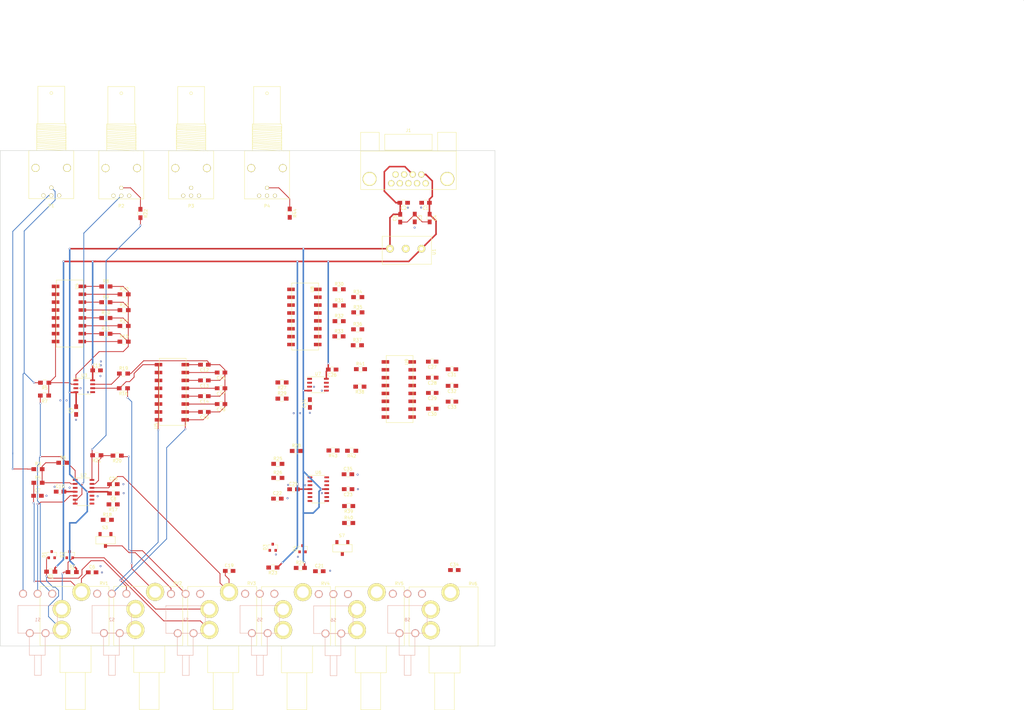
<source format=kicad_pcb>
(kicad_pcb (version 4) (host pcbnew 4.0.6-e0-6349~53~ubuntu16.04.1)
  (layers (0 F.Cu signal) (31 B.Cu signal) (34 B.Paste user) (35 F.Paste user) (36 B.SilkS user) (37 F.SilkS user) (38 B.Mask user) (39 F.Mask user) (44 Edge.Cuts user))
  (net 0 "")
  (net 1 GND)
  (net 2 +15V)
  (net 3 -15V)
  (net 4 "Net-(C15-Pad2)")
  (net 5 "Net-(C27-Pad1)")
  (net 6 "Net-(P1-Pad1)")
  (net 7 "Net-(P1-Pad3)")
  (net 8 "Net-(R9-Pad1)")
  (net 9 "Net-(R10-Pad2)")
  (net 10 "Net-(R10-Pad1)")
  (net 11 "Net-(R11-Pad1)")
  (net 12 "Net-(R12-Pad1)")
  (net 13 "Net-(R13-Pad1)")
  (net 14 "Net-(R14-Pad1)")
  (net 15 "Net-(R15-Pad1)")
  (net 16 "Net-(R16-Pad1)")
  (net 17 "Net-(R17-Pad1)")
  (net 18 "Net-(R20-Pad2)")
  (net 19 "Net-(R21-Pad2)")
  (net 20 "Net-(C3-Pad1)")
  (net 21 "/PI Circuit 1/set_point")
  (net 22 "Net-(C12-Pad1)")
  (net 23 "Net-(C12-Pad2)")
  (net 24 "Net-(C13-Pad2)")
  (net 25 "Net-(C14-Pad2)")
  (net 26 "Net-(C16-Pad2)")
  (net 27 "Net-(C17-Pad2)")
  (net 28 "Net-(C18-Pad2)")
  (net 29 "Net-(C19-Pad1)")
  (net 30 "/PI Circuit 1/-5V")
  (net 31 "/PI Circuit 2/set_point")
  (net 32 "Net-(C27-Pad2)")
  (net 33 "Net-(C28-Pad2)")
  (net 34 "Net-(C29-Pad2)")
  (net 35 "Net-(C30-Pad2)")
  (net 36 "Net-(C31-Pad2)")
  (net 37 "Net-(C32-Pad2)")
  (net 38 "Net-(C33-Pad2)")
  (net 39 "Net-(C34-Pad1)")
  (net 40 "/PI Circuit 2/-5V")
  (net 41 "/PI Circuit 1/+5V")
  (net 42 "/PI Circuit 2/+5V")
  (net 43 "Net-(P2-Pad1)")
  (net 44 "Net-(P2-Pad3)")
  (net 45 "Net-(P3-Pad1)")
  (net 46 "Net-(P3-Pad3)")
  (net 47 "Net-(P4-Pad1)")
  (net 48 "Net-(P4-Pad3)")
  (net 49 "Net-(R3-Pad2)")
  (net 50 "Net-(R5-Pad1)")
  (net 51 "Net-(R8-Pad1)")
  (net 52 "Net-(R16-Pad2)")
  (net 53 "Net-(R17-Pad2)")
  (net 54 "Net-(R18-Pad2)")
  (net 55 "Net-(R20-Pad1)")
  (net 56 "Net-(R25-Pad2)")
  (net 57 "Net-(R27-Pad1)")
  (net 58 "Net-(R30-Pad1)")
  (net 59 "Net-(R30-Pad2)")
  (net 60 "Net-(R31-Pad1)")
  (net 61 "Net-(R32-Pad1)")
  (net 62 "Net-(R33-Pad1)")
  (net 63 "Net-(R34-Pad1)")
  (net 64 "Net-(R35-Pad1)")
  (net 65 "Net-(R36-Pad1)")
  (net 66 "Net-(R37-Pad1)")
  (net 67 "Net-(R38-Pad1)")
  (net 68 "Net-(R38-Pad2)")
  (net 69 "Net-(R39-Pad1)")
  (net 70 "Net-(R39-Pad2)")
  (net 71 "Net-(R40-Pad2)")
  (net 72 "Net-(R42-Pad1)")
  (net 73 "Net-(R42-Pad2)")
  (net 74 "Net-(R43-Pad2)")
  (net 75 "Net-(S1-Pad2)")
  (net 76 "Net-(S3-Pad2)")
  (net 77 "Net-(S5-Pad2)")
  (net 78 "Net-(S7-Pad2)")
  (net 79 "/PI Circuit 1/set_point_mon")
  (net 80 "/PI Circuit 2/set_point_mon")
  (module footprints:Via-0.6mm (layer F.Cu) (at 57.98 124.85)
    (fp_text reference REF** hide)
    (fp_text value Via-0.6mm hide)
    (pad 1 thru_hole circle (at 0 0) (size 0.6 0.6) (drill 0.3) (layers *.Cu) (net 1 GND))
  )
  (module footprints:Via-0.6mm (layer F.Cu) (at 58.14 120.15)
    (fp_text reference REF** hide)
    (fp_text value Via-0.6mm hide)
    (pad 1 thru_hole circle (at 0 0) (size 0.6 0.6) (drill 0.3) (layers *.Cu) (net 1 GND))
  )
  (module footprints:Via-0.6mm (layer F.Cu) (at 58.14 121.38)
    (fp_text reference REF** hide)
    (fp_text value Via-0.6mm hide)
    (pad 1 thru_hole circle (at 0 0) (size 0.6 0.6) (drill 0.3) (layers *.Cu) (net 1 GND))
  )
  (module footprints:Via-0.6mm (layer F.Cu) (at 58.03 186.11)
    (fp_text reference REF** hide)
    (fp_text value Via-0.6mm hide)
    (pad 1 thru_hole circle (at 0 0) (size 0.6 0.6) (drill 0.3) (layers *.Cu) (net 1 GND))
  )
  (module footprints:Via-0.6mm (layer F.Cu) (at 58.49 188.14)
    (fp_text reference REF** hide)
    (fp_text value Via-0.6mm hide)
    (pad 1 thru_hole circle (at 0 0) (size 0.6 0.6) (drill 0.3) (layers *.Cu) (net 1 GND))
  )
  (module footprints:Via-0.6mm (layer F.Cu) (at 118.24 164.23)
    (fp_text reference REF** hide)
    (fp_text value Via-0.6mm hide)
    (pad 1 thru_hole circle (at 0 0) (size 0.6 0.6) (drill 0.3) (layers *.Cu) (net 1 GND))
  )
  (module footprints:Via-0.6mm (layer F.Cu) (at 131.96 187.62)
    (fp_text reference REF** hide)
    (fp_text value Via-0.6mm hide)
    (pad 1 thru_hole circle (at 0 0) (size 0.6 0.6) (drill 0.3) (layers *.Cu) (net 1 GND))
  )
  (module footprints:Via-0.6mm (layer F.Cu) (at 114.5 182.36)
    (fp_text reference REF** hide)
    (fp_text value Via-0.6mm hide)
    (pad 1 thru_hole circle (at 0 0) (size 0.6 0.6) (drill 0.3) (layers *.Cu) (net 1 GND))
  )
  (module footprints:Via-0.6mm (layer F.Cu) (at 121.58 183.12)
    (fp_text reference REF** hide)
    (fp_text value Via-0.6mm hide)
    (pad 1 thru_hole circle (at 0 0) (size 0.6 0.6) (drill 0.3) (layers *.Cu) (net 1 GND))
  )
  (module footprints:Via-0.6mm (layer F.Cu) (at 120.24 136.82)
    (fp_text reference REF** hide)
    (fp_text value Via-0.6mm hide)
    (pad 1 thru_hole circle (at 0 0) (size 0.6 0.6) (drill 0.3) (layers *.Cu) (net 1 GND))
  )
  (module footprints:Via-0.6mm (layer F.Cu) (at 122.3 136.79)
    (fp_text reference REF** hide)
    (fp_text value Via-0.6mm hide)
    (pad 1 thru_hole circle (at 0 0) (size 0.6 0.6) (drill 0.3) (layers *.Cu) (net 1 GND))
  )
  (module footprints:Via-0.6mm (layer F.Cu) (at 125.43 136.74)
    (fp_text reference REF** hide)
    (fp_text value Via-0.6mm hide)
    (pad 1 thru_hole circle (at 0 0) (size 0.6 0.6) (drill 0.3) (layers *.Cu) (net 1 GND))
  )
  (module footprints:Via-0.6mm (layer F.Cu) (at 140.82 156.62)
    (fp_text reference REF** hide)
    (fp_text value Via-0.6mm hide)
    (pad 1 thru_hole circle (at 0 0) (size 0.6 0.6) (drill 0.3) (layers *.Cu) (net 1 GND))
  )
  (module footprints:Via-0.6mm (layer F.Cu) (at 140.91 161.29)
    (fp_text reference REF** hide)
    (fp_text value Via-0.6mm hide)
    (pad 1 thru_hole circle (at 0 0) (size 0.6 0.6) (drill 0.3) (layers *.Cu) (net 1 GND))
  )
  (module footprints:Via-0.6mm (layer F.Cu) (at 129.32 162.57)
    (fp_text reference REF** hide)
    (fp_text value Via-0.6mm hide)
    (pad 1 thru_hole circle (at 0 0) (size 0.6 0.6) (drill 0.3) (layers *.Cu) (net 1 GND))
  )
  (module footprints:Via-0.6mm (layer F.Cu) (at 118.42 159.95)
    (fp_text reference REF** hide)
    (fp_text value Via-0.6mm hide)
    (pad 1 thru_hole circle (at 0 0) (size 0.6 0.6) (drill 0.3) (layers *.Cu) (net 1 GND))
  )
  (module footprints:Via-0.6mm (layer F.Cu) (at 123.93 160.04)
    (fp_text reference REF** hide)
    (fp_text value Via-0.6mm hide)
    (pad 1 thru_hole circle (at 0 0) (size 0.6 0.6) (drill 0.3) (layers *.Cu) (net 1 GND))
  )
  (module footprints:Via-0.6mm (layer F.Cu) (at 129.3 129.57)
    (fp_text reference REF** hide)
    (fp_text value Via-0.6mm hide)
    (pad 1 thru_hole circle (at 0 0) (size 0.6 0.6) (drill 0.3) (layers *.Cu) (net 1 GND))
  )
  (module footprints:Via-0.6mm (layer F.Cu) (at 126.77 128.35)
    (fp_text reference REF** hide)
    (fp_text value Via-0.6mm hide)
    (pad 1 thru_hole circle (at 0 0) (size 0.6 0.6) (drill 0.3) (layers *.Cu) (net 1 GND))
  )
  (module footprints:Via-0.6mm (layer F.Cu) (at 50.12 138.99)
    (fp_text reference REF** hide)
    (fp_text value Via-0.6mm hide)
    (pad 1 thru_hole circle (at 0 0) (size 0.6 0.6) (drill 0.3) (layers *.Cu) (net 1 GND))
  )
  (module footprints:Via-0.6mm (layer F.Cu) (at 45.08 132.7)
    (fp_text reference REF** hide)
    (fp_text value Via-0.6mm hide)
    (pad 1 thru_hole circle (at 0 0) (size 0.6 0.6) (drill 0.3) (layers *.Cu) (net 1 GND))
  )
  (module footprints:Via-0.6mm (layer F.Cu) (at 47.09 132.71)
    (fp_text reference REF** hide)
    (fp_text value Via-0.6mm hide)
    (pad 1 thru_hole circle (at 0 0) (size 0.6 0.6) (drill 0.3) (layers *.Cu) (net 1 GND))
  )
  (module footprints:Via-0.6mm (layer F.Cu) (at 53.98 130.06)
    (fp_text reference REF** hide)
    (fp_text value Via-0.6mm hide)
    (pad 1 thru_hole circle (at 0 0) (size 0.6 0.6) (drill 0.3) (layers *.Cu) (net 1 GND))
  )
  (module footprints:Via-0.6mm (layer F.Cu) (at 51.59 128.79)
    (fp_text reference REF** hide)
    (fp_text value Via-0.6mm hide)
    (pad 1 thru_hole circle (at 0 0) (size 0.6 0.6) (drill 0.3) (layers *.Cu) (net 1 GND))
  )
  (module footprints:Via-0.6mm (layer F.Cu) (at 65.37 159.7)
    (fp_text reference REF** hide)
    (fp_text value Via-0.6mm hide)
    (pad 1 thru_hole circle (at 0 0) (size 0.6 0.6) (drill 0.3) (layers *.Cu) (net 1 GND))
  )
  (module footprints:Via-0.6mm (layer F.Cu) (at 65.48 162.59)
    (fp_text reference REF** hide)
    (fp_text value Via-0.6mm hide)
    (pad 1 thru_hole circle (at 0 0) (size 0.6 0.6) (drill 0.3) (layers *.Cu) (net 1 GND))
  )
  (module footprints:Via-0.6mm (layer F.Cu) (at 57.1 163.56)
    (fp_text reference REF** hide)
    (fp_text value Via-0.6mm hide)
    (pad 1 thru_hole circle (at 0 0) (size 0.6 0.6) (drill 0.3) (layers *.Cu) (net 1 GND))
  )
  (module footprints:Via-0.6mm (layer F.Cu) (at 40.61 163.44)
    (fp_text reference REF** hide)
    (fp_text value Via-0.6mm hide)
    (pad 1 thru_hole circle (at 0 0) (size 0.6 0.6) (drill 0.3) (layers *.Cu) (net 1 GND))
  )
  (module footprints:Via-0.6mm (layer F.Cu) (at 43.23 160.56)
    (fp_text reference REF** hide)
    (fp_text value Via-0.6mm hide)
    (pad 1 thru_hole circle (at 0 0) (size 0.6 0.6) (drill 0.3) (layers *.Cu) (net 1 GND))
  )
  (module footprints:Via-0.6mm (layer F.Cu) (at 48.07 160.82)
    (fp_text reference REF** hide)
    (fp_text value Via-0.6mm hide)
    (pad 1 thru_hole circle (at 0 0) (size 0.6 0.6) (drill 0.3) (layers *.Cu) (net 1 GND))
  )
  (module footprints:Via-0.6mm (layer F.Cu) (at 159.17 77.02)
    (fp_text reference REF** hide)
    (fp_text value Via-0.6mm hide)
    (pad 1 thru_hole circle (at 0 0) (size 0.6 0.6) (drill 0.3) (layers *.Cu) (net 1 GND))
  )
  (module footprints:Via-0.6mm (layer F.Cu) (at 161.26 70.56)
    (fp_text reference REF** hide)
    (fp_text value Via-0.6mm hide)
    (pad 1 thru_hole circle (at 0 0) (size 0.6 0.6) (drill 0.3) (layers *.Cu) (net 1 GND))
  )
  (module Resistors_SMD:R_0805_HandSoldering (layer F.Cu) (at 63.373 150.495 180)
    (fp_text reference R20 (at 0 -1.7 180) (layer F.SilkS))
    (fp_text value 10k)
    (pad 1 smd rect (at -1.35 0 180) (size 1.5 1.3) (layers F.Cu F.Paste F.Mask) (net 55 "Net-(R20-Pad1)"))
    (pad 2 smd rect (at 1.35 0 180) (size 1.5 1.3) (layers F.Cu F.Paste F.Mask) (net 18 "Net-(R20-Pad2)"))
  )
  (module Resistors_SMD:R_0805_HandSoldering (layer F.Cu) (at 116.459 132.1308)
    (fp_text reference R29 (at 0 -1.7) (layer F.SilkS))
    (fp_text value 1k)
    (pad 1 smd rect (at -1.35 0) (size 1.5 1.3) (layers F.Cu F.Paste F.Mask) (net 80 "/PI Circuit 2/set_point_mon"))
    (pad 2 smd rect (at 1.35 0) (size 1.5 1.3) (layers F.Cu F.Paste F.Mask) (net 57 "Net-(R27-Pad1)"))
  )
  (module TO_SOT_Packages_SMD:SOT-23 (layer F.Cu) (at 48.0822 182.4228 90)
    (fp_text reference D2 (at 0 -2.5 90) (layer F.SilkS))
    (fp_text value TL4050B51)
    (pad 1 smd rect (at -1 -0.95 90) (size 0.9 0.8) (layers F.Cu F.Paste F.Mask) (net 1 GND))
    (pad 2 smd rect (at -1 0.95 90) (size 0.9 0.8) (layers F.Cu F.Paste F.Mask) (net 30 "/PI Circuit 1/-5V"))
    (pad 3 smd rect (at 1 0 90) (size 0.9 0.8) (layers F.Cu F.Paste F.Mask))
  )
  (module footprints:Dual-BNC-ARF2136 (layer F.Cu) (at 42.164 57.785)
    (fp_text reference P1 (at 0 12.192) (layer F.SilkS))
    (fp_text value "Servo In/Ext. Mod")
    (pad 5 thru_hole circle (at 5.08 0) (size 2.54 2.54) (drill 2.0066) (layers *.Cu *.Mask F.SilkS))
    (pad 6 thru_hole circle (at -5.08 0) (size 2.54 2.54) (drill 2.0066) (layers *.Cu *.Mask F.SilkS))
    (pad 1 thru_hole circle (at 0 6.35) (size 1.27 1.27) (drill 0.889) (layers *.Cu *.Mask F.SilkS) (net 6 "Net-(P1-Pad1)"))
    (pad 3 thru_hole circle (at 0 8.89) (size 1.27 1.27) (drill 0.889) (layers *.Cu *.Mask F.SilkS) (net 7 "Net-(P1-Pad3)"))
    (pad 4 thru_hole circle (at -2.54 8.89) (size 1.27 1.27) (drill 0.889) (layers *.Cu *.Mask F.SilkS) (net 1 GND))
    (pad 2 thru_hole circle (at 2.54 8.89) (size 1.27 1.27) (drill 0.889) (layers *.Cu *.Mask F.SilkS) (net 1 GND))
  )
  (module footprints:VishaySpectrol536 (layer F.Cu) (at 49.9618 204.089)
    (fp_text reference RV1 (at 9.144 -12.446 180) (layer F.SilkS))
    (fp_text value 1k)
    (pad 2 thru_hole circle (at 1.895 -9.66) (size 5.8 5.8) (drill 3.75) (layers *.Cu *.Mask F.SilkS) (net 21 "/PI Circuit 1/set_point"))
    (pad 1 thru_hole circle (at -4.45 -4.16) (size 5.8 5.8) (drill 3.75) (layers *.Cu *.Mask F.SilkS) (net 30 "/PI Circuit 1/-5V"))
    (pad 3 thru_hole circle (at -4.45 2.54) (size 5.8 5.8) (drill 3.75) (layers *.Cu *.Mask F.SilkS) (net 41 "/PI Circuit 1/+5V"))
  )
  (module footprints:ED2610 (layer F.Cu) (at 156.6545 84.328 180)
    (fp_text reference U1 (at -8.763 -0.508 270) (layer F.SilkS))
    (fp_text value ED2610)
    (pad 1 thru_hole circle (at -4.73 0.5 180) (size 2.51 2.51) (drill 1.3) (layers *.Cu *.Mask F.SilkS) (net 2 +15V))
    (pad 2 thru_hole circle (at 0.35 0.5 180) (size 2.51 2.51) (drill 1.3) (layers *.Cu *.Mask F.SilkS) (net 1 GND))
    (pad 3 thru_hole circle (at 5.43 0.5 180) (size 2.51 2.51) (drill 1.3) (layers *.Cu *.Mask F.SilkS) (net 3 -15V))
  )
  (module footprints:8_POS_DIP_Switch (layer F.Cu) (at 76.6826 121.1834 270)
    (fp_text reference U5 (at 19.812 0.762 270) (layer F.SilkS))
    (fp_text value 8DIP)
    (pad 9 smd rect (at 17.78 -8.6 270) (size 1.13 2.44) (layers F.Cu F.Paste F.Mask) (net 22 "Net-(C12-Pad1)"))
    (pad 16 smd rect (at 0 -8.636 270) (size 1.13 2.44) (layers F.Cu F.Paste F.Mask) (net 23 "Net-(C12-Pad2)"))
    (pad 15 smd rect (at 2.54 -8.636 270) (size 1.13 2.44) (layers F.Cu F.Paste F.Mask) (net 26 "Net-(C16-Pad2)"))
    (pad 14 smd rect (at 5.08 -8.636 270) (size 1.13 2.44) (layers F.Cu F.Paste F.Mask) (net 24 "Net-(C13-Pad2)"))
    (pad 13 smd rect (at 7.62 -8.636 270) (size 1.13 2.44) (layers F.Cu F.Paste F.Mask) (net 27 "Net-(C17-Pad2)"))
    (pad 12 smd rect (at 10.16 -8.636 270) (size 1.13 2.44) (layers F.Cu F.Paste F.Mask) (net 25 "Net-(C14-Pad2)"))
    (pad 11 smd rect (at 12.7 -8.636 270) (size 1.13 2.44) (layers F.Cu F.Paste F.Mask) (net 28 "Net-(C18-Pad2)"))
    (pad 10 smd rect (at 15.24 -8.6 270) (size 1.13 2.44) (layers F.Cu F.Paste F.Mask) (net 4 "Net-(C15-Pad2)"))
    (pad 8 smd rect (at 17.78 0 270) (size 1.13 2.44) (layers F.Cu F.Paste F.Mask) (net 52 "Net-(R16-Pad2)"))
    (pad 7 smd rect (at 15.24 0 270) (size 1.13 2.44) (layers F.Cu F.Paste F.Mask) (net 52 "Net-(R16-Pad2)"))
    (pad 6 smd rect (at 12.7 0 270) (size 1.13 2.44) (layers F.Cu F.Paste F.Mask) (net 52 "Net-(R16-Pad2)"))
    (pad 5 smd rect (at 10.16 0 270) (size 1.13 2.44) (layers F.Cu F.Paste F.Mask) (net 52 "Net-(R16-Pad2)"))
    (pad 4 smd rect (at 7.62 0 270) (size 1.13 2.44) (layers F.Cu F.Paste F.Mask) (net 52 "Net-(R16-Pad2)"))
    (pad 3 smd rect (at 5.08 0 270) (size 1.13 2.44) (layers F.Cu F.Paste F.Mask) (net 52 "Net-(R16-Pad2)"))
    (pad 2 smd rect (at 2.54 0 270) (size 1.13 2.44) (layers F.Cu F.Paste F.Mask) (net 52 "Net-(R16-Pad2)"))
    (pad 1 smd rect (at 0 0 270) (size 1.13 2.44) (layers F.Cu F.Paste F.Mask) (net 52 "Net-(R16-Pad2)"))
  )
  (module Housings_SOIC:SOIC-8_3.9x4.9mm_Pitch1.27mm (layer F.Cu) (at 128.04 127.65)
    (fp_text reference U7 (at 0 -3.5) (layer F.SilkS))
    (fp_text value OPA2227)
    (pad 1 smd rect (at -2.7 -1.905) (size 1.55 0.6) (layers F.Cu F.Paste F.Mask) (net 59 "Net-(R30-Pad2)"))
    (pad 2 smd rect (at -2.7 -0.635) (size 1.55 0.6) (layers F.Cu F.Paste F.Mask) (net 57 "Net-(R27-Pad1)"))
    (pad 3 smd rect (at -2.7 0.635) (size 1.55 0.6) (layers F.Cu F.Paste F.Mask) (net 1 GND))
    (pad 4 smd rect (at -2.7 1.905) (size 1.55 0.6) (layers F.Cu F.Paste F.Mask) (net 3 -15V))
    (pad 5 smd rect (at 2.7 1.905) (size 1.55 0.6) (layers F.Cu F.Paste F.Mask) (net 1 GND))
    (pad 6 smd rect (at 2.7 0.635) (size 1.55 0.6) (layers F.Cu F.Paste F.Mask) (net 68 "Net-(R38-Pad2)"))
    (pad 7 smd rect (at 2.7 -0.635) (size 1.55 0.6) (layers F.Cu F.Paste F.Mask) (net 69 "Net-(R39-Pad1)"))
    (pad 8 smd rect (at 2.7 -1.905) (size 1.55 0.6) (layers F.Cu F.Paste F.Mask) (net 2 +15V))
  )
  (module Capacitors_SMD:C_0805_HandSoldering (layer F.Cu) (at 162.687 69.0118 180)
    (fp_text reference C1 (at 0 -1.75 180) (layer F.SilkS))
    (fp_text value 10uF)
    (pad 1 smd rect (at -1.25 0 180) (size 1.5 1.25) (layers F.Cu F.Paste F.Mask) (net 2 +15V))
    (pad 2 smd rect (at 1.25 0 180) (size 1.5 1.25) (layers F.Cu F.Paste F.Mask) (net 1 GND))
  )
  (module Capacitors_SMD:C_0805_HandSoldering (layer F.Cu) (at 155.6512 69.0118 180)
    (fp_text reference C2 (at 0 -1.75 180) (layer F.SilkS))
    (fp_text value 10uF)
    (pad 1 smd rect (at -1.25 0 180) (size 1.5 1.25) (layers F.Cu F.Paste F.Mask) (net 1 GND))
    (pad 2 smd rect (at 1.25 0 180) (size 1.5 1.25) (layers F.Cu F.Paste F.Mask) (net 3 -15V))
  )
  (module Capacitors_SMD:C_0805_HandSoldering (layer F.Cu) (at 159.2072 73.914 270)
    (fp_text reference C3 (at 0 -1.75 270) (layer F.SilkS))
    (fp_text value 0.1uF)
    (pad 1 smd rect (at -1.25 0 270) (size 1.5 1.25) (layers F.Cu F.Paste F.Mask) (net 20 "Net-(C3-Pad1)"))
    (pad 2 smd rect (at 1.25 0 270) (size 1.5 1.25) (layers F.Cu F.Paste F.Mask) (net 1 GND))
  )
  (module Capacitors_SMD:C_0805_HandSoldering (layer F.Cu) (at 164.0078 73.9394 270)
    (fp_text reference C4 (at 0 -1.75 270) (layer F.SilkS))
    (fp_text value 0.1uF)
    (pad 1 smd rect (at -1.25 0 270) (size 1.5 1.25) (layers F.Cu F.Paste F.Mask) (net 2 +15V))
    (pad 2 smd rect (at 1.25 0 270) (size 1.5 1.25) (layers F.Cu F.Paste F.Mask) (net 20 "Net-(C3-Pad1)"))
  )
  (module Capacitors_SMD:C_0805_HandSoldering (layer F.Cu) (at 154.5336 73.9902 90)
    (fp_text reference C5 (at 0 -1.75 90) (layer F.SilkS))
    (fp_text value 0.1uF)
    (pad 1 smd rect (at -1.25 0 90) (size 1.5 1.25) (layers F.Cu F.Paste F.Mask) (net 20 "Net-(C3-Pad1)"))
    (pad 2 smd rect (at 1.25 0 90) (size 1.5 1.25) (layers F.Cu F.Paste F.Mask) (net 3 -15V))
  )
  (module Capacitors_SMD:C_0805_HandSoldering (layer F.Cu) (at 55.3212 188.1124)
    (fp_text reference C6 (at 0 -1.75) (layer F.SilkS))
    (fp_text value 10uF)
    (pad 1 smd rect (at -1.25 0) (size 1.5 1.25) (layers F.Cu F.Paste F.Mask) (net 21 "/PI Circuit 1/set_point"))
    (pad 2 smd rect (at 1.25 0) (size 1.5 1.25) (layers F.Cu F.Paste F.Mask) (net 1 GND))
  )
  (module Capacitors_SMD:C_0805_HandSoldering (layer F.Cu) (at 37.719 163.449)
    (fp_text reference C7 (at 0 -1.75) (layer F.SilkS))
    (fp_text value 0.1uF)
    (pad 1 smd rect (at -1.25 0) (size 1.5 1.25) (layers F.Cu F.Paste F.Mask) (net 21 "/PI Circuit 1/set_point"))
    (pad 2 smd rect (at 1.25 0) (size 1.5 1.25) (layers F.Cu F.Paste F.Mask) (net 1 GND))
  )
  (module Capacitors_SMD:C_0805_HandSoldering (layer F.Cu) (at 62.1538 162.687 180)
    (fp_text reference C8 (at 0 -1.75 180) (layer F.SilkS))
    (fp_text value 0.1uF)
    (pad 1 smd rect (at -1.25 0 180) (size 1.5 1.25) (layers F.Cu F.Paste F.Mask) (net 1 GND))
    (pad 2 smd rect (at 1.25 0 180) (size 1.5 1.25) (layers F.Cu F.Paste F.Mask) (net 3 -15V))
  )
  (module Capacitors_SMD:C_0805_HandSoldering (layer F.Cu) (at 50.16 135.98 90)
    (fp_text reference C9 (at 0 -1.75 90) (layer F.SilkS))
    (fp_text value 0.1uF)
    (pad 1 smd rect (at -1.25 0 90) (size 1.5 1.25) (layers F.Cu F.Paste F.Mask) (net 1 GND))
    (pad 2 smd rect (at 1.25 0 90) (size 1.5 1.25) (layers F.Cu F.Paste F.Mask) (net 3 -15V))
  )
  (module Capacitors_SMD:C_0805_HandSoldering (layer F.Cu) (at 44.9834 162.1028)
    (fp_text reference C10 (at 0 -1.75) (layer F.SilkS))
    (fp_text value 0.1uF)
    (pad 1 smd rect (at -1.25 0) (size 1.5 1.25) (layers F.Cu F.Paste F.Mask) (net 1 GND))
    (pad 2 smd rect (at 1.25 0) (size 1.5 1.25) (layers F.Cu F.Paste F.Mask) (net 2 +15V))
  )
  (module Capacitors_SMD:C_0805_HandSoldering (layer F.Cu) (at 56.7436 123.0376 180)
    (fp_text reference C11 (at 0 1.6256 180) (layer F.SilkS))
    (fp_text value 0.1uF)
    (pad 1 smd rect (at -1.25 0 180) (size 1.5 1.25) (layers F.Cu F.Paste F.Mask) (net 1 GND))
    (pad 2 smd rect (at 1.25 0 180) (size 1.5 1.25) (layers F.Cu F.Paste F.Mask) (net 2 +15V))
  )
  (module Capacitors_SMD:C_0805_HandSoldering (layer F.Cu) (at 91.4654 121.1834 180)
    (fp_text reference C12 (at 0 -1.75 180) (layer F.SilkS))
    (fp_text value 330pF)
    (pad 1 smd rect (at -1.25 0 180) (size 1.5 1.25) (layers F.Cu F.Paste F.Mask) (net 22 "Net-(C12-Pad1)"))
    (pad 2 smd rect (at 1.25 0 180) (size 1.5 1.25) (layers F.Cu F.Paste F.Mask) (net 23 "Net-(C12-Pad2)"))
  )
  (module Capacitors_SMD:C_0805_HandSoldering (layer F.Cu) (at 91.4654 126.2634 180)
    (fp_text reference C13 (at 0 -1.75 180) (layer F.SilkS))
    (fp_text value 2200pf)
    (pad 1 smd rect (at -1.25 0 180) (size 1.5 1.25) (layers F.Cu F.Paste F.Mask) (net 22 "Net-(C12-Pad1)"))
    (pad 2 smd rect (at 1.25 0 180) (size 1.5 1.25) (layers F.Cu F.Paste F.Mask) (net 24 "Net-(C13-Pad2)"))
  )
  (module Capacitors_SMD:C_0805_HandSoldering (layer F.Cu) (at 91.4654 131.3434 180)
    (fp_text reference C14 (at 0 -1.75 180) (layer F.SilkS))
    (fp_text value 10000pF)
    (pad 1 smd rect (at -1.25 0 180) (size 1.5 1.25) (layers F.Cu F.Paste F.Mask) (net 22 "Net-(C12-Pad1)"))
    (pad 2 smd rect (at 1.25 0 180) (size 1.5 1.25) (layers F.Cu F.Paste F.Mask) (net 25 "Net-(C14-Pad2)"))
  )
  (module Capacitors_SMD:C_0805_HandSoldering (layer F.Cu) (at 91.4654 136.4234 180)
    (fp_text reference C15 (at 0 -1.75 180) (layer F.SilkS))
    (fp_text value 0.047uF)
    (pad 1 smd rect (at -1.25 0 180) (size 1.5 1.25) (layers F.Cu F.Paste F.Mask) (net 22 "Net-(C12-Pad1)"))
    (pad 2 smd rect (at 1.25 0 180) (size 1.5 1.25) (layers F.Cu F.Paste F.Mask) (net 4 "Net-(C15-Pad2)"))
  )
  (module Capacitors_SMD:C_0805_HandSoldering (layer F.Cu) (at 96.8248 123.7234 180)
    (fp_text reference C16 (at 0 -1.75 180) (layer F.SilkS))
    (fp_text value 1000pF)
    (pad 1 smd rect (at -1.25 0 180) (size 1.5 1.25) (layers F.Cu F.Paste F.Mask) (net 22 "Net-(C12-Pad1)"))
    (pad 2 smd rect (at 1.25 0 180) (size 1.5 1.25) (layers F.Cu F.Paste F.Mask) (net 26 "Net-(C16-Pad2)"))
  )
  (module Capacitors_SMD:C_0805_HandSoldering (layer F.Cu) (at 96.8248 128.8034 180)
    (fp_text reference C17 (at 0 -1.75 180) (layer F.SilkS))
    (fp_text value 4700pF)
    (pad 1 smd rect (at -1.25 0 180) (size 1.5 1.25) (layers F.Cu F.Paste F.Mask) (net 22 "Net-(C12-Pad1)"))
    (pad 2 smd rect (at 1.25 0 180) (size 1.5 1.25) (layers F.Cu F.Paste F.Mask) (net 27 "Net-(C17-Pad2)"))
  )
  (module Capacitors_SMD:C_0805_HandSoldering (layer F.Cu) (at 96.8248 133.8834 180)
    (fp_text reference C18 (at 0 -1.75 180) (layer F.SilkS))
    (fp_text value 0.022uF)
    (pad 1 smd rect (at -1.25 0 180) (size 1.5 1.25) (layers F.Cu F.Paste F.Mask) (net 22 "Net-(C12-Pad1)"))
    (pad 2 smd rect (at 1.25 0 180) (size 1.5 1.25) (layers F.Cu F.Paste F.Mask) (net 28 "Net-(C18-Pad2)"))
  )
  (module Capacitors_SMD:C_0805_HandSoldering (layer F.Cu) (at 99.441 187.6552)
    (fp_text reference C19 (at 0 -1.75) (layer F.SilkS))
    (fp_text value 10uF)
    (pad 1 smd rect (at -1.25 0) (size 1.5 1.25) (layers F.Cu F.Paste F.Mask) (net 29 "Net-(C19-Pad1)"))
    (pad 2 smd rect (at 1.25 0) (size 1.5 1.25) (layers F.Cu F.Paste F.Mask) (net 1 GND))
  )
  (module Capacitors_SMD:C_0805_HandSoldering (layer F.Cu) (at 62.1538 159.7152)
    (fp_text reference C20 (at 0 -1.75) (layer F.SilkS))
    (fp_text value 0.1uF)
    (pad 1 smd rect (at -1.25 0) (size 1.5 1.25) (layers F.Cu F.Paste F.Mask) (net 29 "Net-(C19-Pad1)"))
    (pad 2 smd rect (at 1.25 0) (size 1.5 1.25) (layers F.Cu F.Paste F.Mask) (net 1 GND))
  )
  (module Capacitors_SMD:C_0805_HandSoldering (layer F.Cu) (at 128.4732 187.7568)
    (fp_text reference C21 (at 0 -1.75) (layer F.SilkS))
    (fp_text value 10uF)
    (pad 1 smd rect (at -1.25 0) (size 1.5 1.25) (layers F.Cu F.Paste F.Mask) (net 31 "/PI Circuit 2/set_point"))
    (pad 2 smd rect (at 1.25 0) (size 1.5 1.25) (layers F.Cu F.Paste F.Mask) (net 1 GND))
  )
  (module Capacitors_SMD:C_0805_HandSoldering (layer F.Cu) (at 114.97 164.36)
    (fp_text reference C22 (at 0 -1.75) (layer F.SilkS))
    (fp_text value 0.1uF)
    (pad 1 smd rect (at -1.25 0) (size 1.5 1.25) (layers F.Cu F.Paste F.Mask) (net 31 "/PI Circuit 2/set_point"))
    (pad 2 smd rect (at 1.25 0) (size 1.5 1.25) (layers F.Cu F.Paste F.Mask) (net 1 GND))
  )
  (module Capacitors_SMD:C_0805_HandSoldering (layer F.Cu) (at 137.7442 161.3154 180)
    (fp_text reference C23 (at 0 -1.75 180) (layer F.SilkS))
    (fp_text value 0.1uF)
    (pad 1 smd rect (at -1.25 0 180) (size 1.5 1.25) (layers F.Cu F.Paste F.Mask) (net 1 GND))
    (pad 2 smd rect (at 1.25 0 180) (size 1.5 1.25) (layers F.Cu F.Paste F.Mask) (net 3 -15V))
  )
  (module Capacitors_SMD:C_0805_HandSoldering (layer F.Cu) (at 125.44 133.71 90)
    (fp_text reference C24 (at 0 -1.75 90) (layer F.SilkS))
    (fp_text value 0.1uF)
    (pad 1 smd rect (at -1.25 0 90) (size 1.5 1.25) (layers F.Cu F.Paste F.Mask) (net 1 GND))
    (pad 2 smd rect (at 1.25 0 90) (size 1.5 1.25) (layers F.Cu F.Paste F.Mask) (net 3 -15V))
  )
  (module Capacitors_SMD:C_0805_HandSoldering (layer F.Cu) (at 120.16 161.35)
    (fp_text reference C25 (at 0 -1.75) (layer F.SilkS))
    (fp_text value 0.1uF)
    (pad 1 smd rect (at -1.25 0) (size 1.5 1.25) (layers F.Cu F.Paste F.Mask) (net 1 GND))
    (pad 2 smd rect (at 1.25 0) (size 1.5 1.25) (layers F.Cu F.Paste F.Mask) (net 2 +15V))
  )
  (module Capacitors_SMD:C_0805_HandSoldering (layer F.Cu) (at 132.61 122.76 180)
    (fp_text reference C26 (at 0 -1.75 180) (layer F.SilkS))
    (fp_text value 0.1uF)
    (pad 1 smd rect (at -1.25 0 180) (size 1.5 1.25) (layers F.Cu F.Paste F.Mask) (net 1 GND))
    (pad 2 smd rect (at 1.25 0 180) (size 1.5 1.25) (layers F.Cu F.Paste F.Mask) (net 2 +15V))
  )
  (module Capacitors_SMD:C_0805_HandSoldering (layer F.Cu) (at 164.826 120.21 180)
    (fp_text reference C27 (at 0 -1.75 180) (layer F.SilkS))
    (fp_text value 330pF)
    (pad 1 smd rect (at -1.25 0 180) (size 1.5 1.25) (layers F.Cu F.Paste F.Mask) (net 5 "Net-(C27-Pad1)"))
    (pad 2 smd rect (at 1.25 0 180) (size 1.5 1.25) (layers F.Cu F.Paste F.Mask) (net 32 "Net-(C27-Pad2)"))
  )
  (module Capacitors_SMD:C_0805_HandSoldering (layer F.Cu) (at 164.846 125.37 180)
    (fp_text reference C28 (at 0 -1.75 180) (layer F.SilkS))
    (fp_text value 2200pf)
    (pad 1 smd rect (at -1.25 0 180) (size 1.5 1.25) (layers F.Cu F.Paste F.Mask) (net 5 "Net-(C27-Pad1)"))
    (pad 2 smd rect (at 1.25 0 180) (size 1.5 1.25) (layers F.Cu F.Paste F.Mask) (net 33 "Net-(C28-Pad2)"))
  )
  (module Capacitors_SMD:C_0805_HandSoldering (layer F.Cu) (at 164.846 130.302 180)
    (fp_text reference C29 (at 0 -1.75 180) (layer F.SilkS))
    (fp_text value 10000pF)
    (pad 1 smd rect (at -1.25 0 180) (size 1.5 1.25) (layers F.Cu F.Paste F.Mask) (net 5 "Net-(C27-Pad1)"))
    (pad 2 smd rect (at 1.25 0 180) (size 1.5 1.25) (layers F.Cu F.Paste F.Mask) (net 34 "Net-(C29-Pad2)"))
  )
  (module Capacitors_SMD:C_0805_HandSoldering (layer F.Cu) (at 164.846 135.382 180)
    (fp_text reference C30 (at 0 -1.75 180) (layer F.SilkS))
    (fp_text value 0.047uF)
    (pad 1 smd rect (at -1.25 0 180) (size 1.5 1.25) (layers F.Cu F.Paste F.Mask) (net 5 "Net-(C27-Pad1)"))
    (pad 2 smd rect (at 1.25 0 180) (size 1.5 1.25) (layers F.Cu F.Paste F.Mask) (net 35 "Net-(C30-Pad2)"))
  )
  (module Capacitors_SMD:C_0805_HandSoldering (layer F.Cu) (at 171.196 122.682 180)
    (fp_text reference C31 (at 0 -1.75 180) (layer F.SilkS))
    (fp_text value 1000pF)
    (pad 1 smd rect (at -1.25 0 180) (size 1.5 1.25) (layers F.Cu F.Paste F.Mask) (net 5 "Net-(C27-Pad1)"))
    (pad 2 smd rect (at 1.25 0 180) (size 1.5 1.25) (layers F.Cu F.Paste F.Mask) (net 36 "Net-(C31-Pad2)"))
  )
  (module Capacitors_SMD:C_0805_HandSoldering (layer F.Cu) (at 171.196 128.016 180)
    (fp_text reference C32 (at 0 -1.75 180) (layer F.SilkS))
    (fp_text value 4700pF)
    (pad 1 smd rect (at -1.25 0 180) (size 1.5 1.25) (layers F.Cu F.Paste F.Mask) (net 5 "Net-(C27-Pad1)"))
    (pad 2 smd rect (at 1.25 0 180) (size 1.5 1.25) (layers F.Cu F.Paste F.Mask) (net 37 "Net-(C32-Pad2)"))
  )
  (module Capacitors_SMD:C_0805_HandSoldering (layer F.Cu) (at 171.196 133.096 180)
    (fp_text reference C33 (at 0 -1.75 180) (layer F.SilkS))
    (fp_text value 0.022uF)
    (pad 1 smd rect (at -1.25 0 180) (size 1.5 1.25) (layers F.Cu F.Paste F.Mask) (net 5 "Net-(C27-Pad1)"))
    (pad 2 smd rect (at 1.25 0 180) (size 1.5 1.25) (layers F.Cu F.Paste F.Mask) (net 38 "Net-(C33-Pad2)"))
  )
  (module Capacitors_SMD:C_0805_HandSoldering (layer F.Cu) (at 171.958 187.3758)
    (fp_text reference C34 (at 0 -1.75) (layer F.SilkS))
    (fp_text value 10uF)
    (pad 1 smd rect (at -1.25 0) (size 1.5 1.25) (layers F.Cu F.Paste F.Mask) (net 39 "Net-(C34-Pad1)"))
    (pad 2 smd rect (at 1.25 0) (size 1.5 1.25) (layers F.Cu F.Paste F.Mask) (net 1 GND))
  )
  (module Capacitors_SMD:C_0805_HandSoldering (layer F.Cu) (at 137.6934 156.5148)
    (fp_text reference C35 (at 0 -1.75) (layer F.SilkS))
    (fp_text value 0.1uF)
    (pad 1 smd rect (at -1.25 0) (size 1.5 1.25) (layers F.Cu F.Paste F.Mask) (net 39 "Net-(C34-Pad1)"))
    (pad 2 smd rect (at 1.25 0) (size 1.5 1.25) (layers F.Cu F.Paste F.Mask) (net 1 GND))
  )
  (module TO_SOT_Packages_SMD:SOT-23 (layer F.Cu) (at 42.291 182.4228 90)
    (fp_text reference D1 (at 0 -2.5 90) (layer F.SilkS))
    (fp_text value TL4050B51)
    (pad 1 smd rect (at -1 -0.95 90) (size 0.9 0.8) (layers F.Cu F.Paste F.Mask) (net 41 "/PI Circuit 1/+5V"))
    (pad 2 smd rect (at -1 0.95 90) (size 0.9 0.8) (layers F.Cu F.Paste F.Mask) (net 1 GND))
    (pad 3 smd rect (at 1 0 90) (size 0.9 0.8) (layers F.Cu F.Paste F.Mask))
  )
  (module TO_SOT_Packages_SMD:SOT-23 (layer F.Cu) (at 113.48 180.04 90)
    (fp_text reference D3 (at 0 -2.5 90) (layer F.SilkS))
    (fp_text value TL4050B51)
    (pad 1 smd rect (at -1 -0.95 90) (size 0.9 0.8) (layers F.Cu F.Paste F.Mask) (net 42 "/PI Circuit 2/+5V"))
    (pad 2 smd rect (at -1 0.95 90) (size 0.9 0.8) (layers F.Cu F.Paste F.Mask) (net 1 GND))
    (pad 3 smd rect (at 1 0 90) (size 0.9 0.8) (layers F.Cu F.Paste F.Mask))
  )
  (module TO_SOT_Packages_SMD:SOT-23 (layer F.Cu) (at 123.07 180.51 90)
    (fp_text reference D4 (at 0 -2.5 90) (layer F.SilkS))
    (fp_text value TL4050B51)
    (pad 1 smd rect (at -1 -0.95 90) (size 0.9 0.8) (layers F.Cu F.Paste F.Mask) (net 1 GND))
    (pad 2 smd rect (at -1 0.95 90) (size 0.9 0.8) (layers F.Cu F.Paste F.Mask) (net 40 "/PI Circuit 2/-5V"))
    (pad 3 smd rect (at 1 0 90) (size 0.9 0.8) (layers F.Cu F.Paste F.Mask))
  )
  (module footprints:DB9_Throughhole (layer F.Cu) (at 157.1752 64.7446 180)
    (fp_text reference J1 (at 0 19.05 180) (layer F.SilkS))
    (fp_text value DB9)
    (pad 11 thru_hole circle (at -12.52 3.42 180) (size 4.5 4.5) (drill 3.78) (layers *.Cu *.Mask F.SilkS))
    (pad 10 thru_hole circle (at 12.52 3.42 180) (size 4.5 4.5) (drill 3.78) (layers *.Cu *.Mask F.SilkS))
    (pad 9 thru_hole circle (at -4.155 4.84 180) (size 2 2) (drill 1.24) (layers *.Cu *.Mask F.SilkS) (net 2 +15V))
    (pad 8 thru_hole circle (at -1.385 4.84 180) (size 2 2) (drill 1.24) (layers *.Cu *.Mask F.SilkS) (net 3 -15V))
    (pad 7 thru_hole circle (at 1.385 4.84 180) (size 2 2) (drill 1.24) (layers *.Cu *.Mask F.SilkS))
    (pad 6 thru_hole circle (at 4.155 4.84 180) (size 2 2) (drill 1.24) (layers *.Cu *.Mask F.SilkS))
    (pad 5 thru_hole circle (at -5.54 2 180) (size 2 2) (drill 1.24) (layers *.Cu *.Mask F.SilkS) (net 1 GND))
    (pad 4 thru_hole circle (at -2.77 2 180) (size 2 2) (drill 1.24) (layers *.Cu *.Mask F.SilkS) (net 1 GND))
    (pad 3 thru_hole circle (at 0 2 180) (size 2 2) (drill 1.24) (layers *.Cu *.Mask F.SilkS))
    (pad 2 thru_hole circle (at 2.77 2 180) (size 2 2) (drill 1.24) (layers *.Cu *.Mask F.SilkS))
    (pad 1 thru_hole circle (at 5.54 2 180) (size 2 2) (drill 1.24) (layers *.Cu *.Mask F.SilkS))
  )
  (module footprints:Dual-BNC-ARF2136 (layer F.Cu) (at 64.7065 57.8485)
    (fp_text reference P2 (at 0 12.192) (layer F.SilkS))
    (fp_text value Output/Monitor)
    (pad 5 thru_hole circle (at 5.08 0) (size 2.54 2.54) (drill 2.0066) (layers *.Cu *.Mask F.SilkS))
    (pad 6 thru_hole circle (at -5.08 0) (size 2.54 2.54) (drill 2.0066) (layers *.Cu *.Mask F.SilkS))
    (pad 1 thru_hole circle (at 0 6.35) (size 1.27 1.27) (drill 0.889) (layers *.Cu *.Mask F.SilkS) (net 43 "Net-(P2-Pad1)"))
    (pad 3 thru_hole circle (at 0 8.89) (size 1.27 1.27) (drill 0.889) (layers *.Cu *.Mask F.SilkS) (net 44 "Net-(P2-Pad3)"))
    (pad 4 thru_hole circle (at -2.54 8.89) (size 1.27 1.27) (drill 0.889) (layers *.Cu *.Mask F.SilkS) (net 1 GND))
    (pad 2 thru_hole circle (at 2.54 8.89) (size 1.27 1.27) (drill 0.889) (layers *.Cu *.Mask F.SilkS) (net 1 GND))
  )
  (module footprints:Dual-BNC-ARF2136 (layer F.Cu) (at 87.1855 57.8485)
    (fp_text reference P3 (at 0 12.192) (layer F.SilkS))
    (fp_text value "Servo In/Ext. Mod")
    (pad 5 thru_hole circle (at 5.08 0) (size 2.54 2.54) (drill 2.0066) (layers *.Cu *.Mask F.SilkS))
    (pad 6 thru_hole circle (at -5.08 0) (size 2.54 2.54) (drill 2.0066) (layers *.Cu *.Mask F.SilkS))
    (pad 1 thru_hole circle (at 0 6.35) (size 1.27 1.27) (drill 0.889) (layers *.Cu *.Mask F.SilkS) (net 45 "Net-(P3-Pad1)"))
    (pad 3 thru_hole circle (at 0 8.89) (size 1.27 1.27) (drill 0.889) (layers *.Cu *.Mask F.SilkS) (net 46 "Net-(P3-Pad3)"))
    (pad 4 thru_hole circle (at -2.54 8.89) (size 1.27 1.27) (drill 0.889) (layers *.Cu *.Mask F.SilkS) (net 1 GND))
    (pad 2 thru_hole circle (at 2.54 8.89) (size 1.27 1.27) (drill 0.889) (layers *.Cu *.Mask F.SilkS) (net 1 GND))
  )
  (module footprints:Dual-BNC-ARF2136 (layer F.Cu) (at 111.633 57.8485)
    (fp_text reference P4 (at 0 12.192) (layer F.SilkS))
    (fp_text value Output/Monitor)
    (pad 5 thru_hole circle (at 5.08 0) (size 2.54 2.54) (drill 2.0066) (layers *.Cu *.Mask F.SilkS))
    (pad 6 thru_hole circle (at -5.08 0) (size 2.54 2.54) (drill 2.0066) (layers *.Cu *.Mask F.SilkS))
    (pad 1 thru_hole circle (at 0 6.35) (size 1.27 1.27) (drill 0.889) (layers *.Cu *.Mask F.SilkS) (net 47 "Net-(P4-Pad1)"))
    (pad 3 thru_hole circle (at 0 8.89) (size 1.27 1.27) (drill 0.889) (layers *.Cu *.Mask F.SilkS) (net 48 "Net-(P4-Pad3)"))
    (pad 4 thru_hole circle (at -2.54 8.89) (size 1.27 1.27) (drill 0.889) (layers *.Cu *.Mask F.SilkS) (net 1 GND))
    (pad 2 thru_hole circle (at 2.54 8.89) (size 1.27 1.27) (drill 0.889) (layers *.Cu *.Mask F.SilkS) (net 1 GND))
  )
  (module Resistors_SMD:R_0805_HandSoldering (layer F.Cu) (at 41.9862 187.9092 180)
    (fp_text reference R1 (at 0 -1.7 180) (layer F.SilkS))
    (fp_text value 750)
    (pad 1 smd rect (at -1.35 0 180) (size 1.5 1.3) (layers F.Cu F.Paste F.Mask) (net 2 +15V))
    (pad 2 smd rect (at 1.35 0 180) (size 1.5 1.3) (layers F.Cu F.Paste F.Mask) (net 41 "/PI Circuit 1/+5V"))
  )
  (module Resistors_SMD:R_0805_HandSoldering (layer F.Cu) (at 48.895 188.0362)
    (fp_text reference R2 (at 0 -1.7) (layer F.SilkS))
    (fp_text value 750)
    (pad 1 smd rect (at -1.35 0) (size 1.5 1.3) (layers F.Cu F.Paste F.Mask) (net 30 "/PI Circuit 1/-5V"))
    (pad 2 smd rect (at 1.35 0) (size 1.5 1.3) (layers F.Cu F.Paste F.Mask) (net 3 -15V))
  )
  (module Resistors_SMD:R_0805_HandSoldering (layer F.Cu) (at 37.8714 154.8638)
    (fp_text reference R3 (at 0 -1.7) (layer F.SilkS))
    (fp_text value 10k)
    (pad 1 smd rect (at -1.35 0) (size 1.5 1.3) (layers F.Cu F.Paste F.Mask) (net 7 "Net-(P1-Pad3)"))
    (pad 2 smd rect (at 1.35 0) (size 1.5 1.3) (layers F.Cu F.Paste F.Mask) (net 49 "Net-(R3-Pad2)"))
  )
  (module Resistors_SMD:R_0805_HandSoldering (layer F.Cu) (at 37.8714 159.258)
    (fp_text reference R4 (at 0 -1.7) (layer F.SilkS))
    (fp_text value 10k)
    (pad 1 smd rect (at -1.35 0) (size 1.5 1.3) (layers F.Cu F.Paste F.Mask) (net 21 "/PI Circuit 1/set_point"))
    (pad 2 smd rect (at 1.35 0) (size 1.5 1.3) (layers F.Cu F.Paste F.Mask) (net 49 "Net-(R3-Pad2)"))
  )
  (module Resistors_SMD:R_0805_HandSoldering (layer F.Cu) (at 40.0304 127 180)
    (fp_text reference R5 (at 0 -1.7 180) (layer F.SilkS))
    (fp_text value 1k)
    (pad 1 smd rect (at -1.35 0 180) (size 1.5 1.3) (layers F.Cu F.Paste F.Mask) (net 50 "Net-(R5-Pad1)"))
    (pad 2 smd rect (at 1.35 0 180) (size 1.5 1.3) (layers F.Cu F.Paste F.Mask) (net 6 "Net-(P1-Pad1)"))
  )
  (module Resistors_SMD:R_0805_HandSoldering (layer F.Cu) (at 45.8978 152.8064)
    (fp_text reference R6 (at 0 -1.7) (layer F.SilkS))
    (fp_text value 10k)
    (pad 1 smd rect (at -1.35 0) (size 1.5 1.3) (layers F.Cu F.Paste F.Mask) (net 49 "Net-(R3-Pad2)"))
    (pad 2 smd rect (at 1.35 0) (size 1.5 1.3) (layers F.Cu F.Paste F.Mask) (net 79 "/PI Circuit 1/set_point_mon"))
  )
  (module Resistors_SMD:R_0805_HandSoldering (layer F.Cu) (at 39.9796 131.1402)
    (fp_text reference R7 (at 0.0254 1.8796) (layer F.SilkS))
    (fp_text value 1k)
    (pad 1 smd rect (at -1.35 0) (size 1.5 1.3) (layers F.Cu F.Paste F.Mask) (net 79 "/PI Circuit 1/set_point_mon"))
    (pad 2 smd rect (at 1.35 0) (size 1.5 1.3) (layers F.Cu F.Paste F.Mask) (net 50 "Net-(R5-Pad1)"))
  )
  (module Resistors_SMD:R_0805_HandSoldering (layer F.Cu) (at 59.738 95.9882)
    (fp_text reference R8 (at 0 -1.7) (layer F.SilkS))
    (fp_text value 100k)
    (pad 1 smd rect (at -1.35 0) (size 1.5 1.3) (layers F.Cu F.Paste F.Mask) (net 51 "Net-(R8-Pad1)"))
    (pad 2 smd rect (at 1.35 0) (size 1.5 1.3) (layers F.Cu F.Paste F.Mask) (net 9 "Net-(R10-Pad2)"))
  )
  (module Resistors_SMD:R_0805_HandSoldering (layer F.Cu) (at 59.738 101.0682)
    (fp_text reference R9 (at 0 -1.7) (layer F.SilkS))
    (fp_text value 10k)
    (pad 1 smd rect (at -1.35 0) (size 1.5 1.3) (layers F.Cu F.Paste F.Mask) (net 8 "Net-(R9-Pad1)"))
    (pad 2 smd rect (at 1.35 0) (size 1.5 1.3) (layers F.Cu F.Paste F.Mask) (net 9 "Net-(R10-Pad2)"))
  )
  (module Resistors_SMD:R_0805_HandSoldering (layer F.Cu) (at 59.738 106.1482)
    (fp_text reference R10 (at 0 -1.7) (layer F.SilkS))
    (fp_text value 1k)
    (pad 1 smd rect (at -1.35 0) (size 1.5 1.3) (layers F.Cu F.Paste F.Mask) (net 10 "Net-(R10-Pad1)"))
    (pad 2 smd rect (at 1.35 0) (size 1.5 1.3) (layers F.Cu F.Paste F.Mask) (net 9 "Net-(R10-Pad2)"))
  )
  (module Resistors_SMD:R_0805_HandSoldering (layer F.Cu) (at 59.738 111.2282)
    (fp_text reference R11 (at 0 -1.7) (layer F.SilkS))
    (fp_text value 100)
    (pad 1 smd rect (at -1.35 0) (size 1.5 1.3) (layers F.Cu F.Paste F.Mask) (net 11 "Net-(R11-Pad1)"))
    (pad 2 smd rect (at 1.35 0) (size 1.5 1.3) (layers F.Cu F.Paste F.Mask) (net 9 "Net-(R10-Pad2)"))
  )
  (module Resistors_SMD:R_0805_HandSoldering (layer F.Cu) (at 65.6054 98.5282)
    (fp_text reference R12 (at 0 -1.7) (layer F.SilkS))
    (fp_text value 33k)
    (pad 1 smd rect (at -1.35 0) (size 1.5 1.3) (layers F.Cu F.Paste F.Mask) (net 12 "Net-(R12-Pad1)"))
    (pad 2 smd rect (at 1.35 0) (size 1.5 1.3) (layers F.Cu F.Paste F.Mask) (net 9 "Net-(R10-Pad2)"))
  )
  (module Resistors_SMD:R_0805_HandSoldering (layer F.Cu) (at 65.6054 103.6082)
    (fp_text reference R13 (at 0 -1.7) (layer F.SilkS))
    (fp_text value 3.3k)
    (pad 1 smd rect (at -1.35 0) (size 1.5 1.3) (layers F.Cu F.Paste F.Mask) (net 13 "Net-(R13-Pad1)"))
    (pad 2 smd rect (at 1.35 0) (size 1.5 1.3) (layers F.Cu F.Paste F.Mask) (net 9 "Net-(R10-Pad2)"))
  )
  (module Resistors_SMD:R_0805_HandSoldering (layer F.Cu) (at 65.6054 108.7136)
    (fp_text reference R14 (at 0 -1.7) (layer F.SilkS))
    (fp_text value 330)
    (pad 1 smd rect (at -1.35 0) (size 1.5 1.3) (layers F.Cu F.Paste F.Mask) (net 14 "Net-(R14-Pad1)"))
    (pad 2 smd rect (at 1.35 0) (size 1.5 1.3) (layers F.Cu F.Paste F.Mask) (net 9 "Net-(R10-Pad2)"))
  )
  (module Resistors_SMD:R_0805_HandSoldering (layer F.Cu) (at 65.6054 113.7682)
    (fp_text reference R15 (at 0 -1.7) (layer F.SilkS))
    (fp_text value 12)
    (pad 1 smd rect (at -1.35 0) (size 1.5 1.3) (layers F.Cu F.Paste F.Mask) (net 15 "Net-(R15-Pad1)"))
    (pad 2 smd rect (at 1.35 0) (size 1.5 1.3) (layers F.Cu F.Paste F.Mask) (net 9 "Net-(R10-Pad2)"))
  )
  (module Resistors_SMD:R_0805_HandSoldering (layer F.Cu) (at 65.3796 128.8034 180)
    (fp_text reference R16 (at 0 -1.7 180) (layer F.SilkS))
    (fp_text value 10k)
    (pad 1 smd rect (at -1.35 0 180) (size 1.5 1.3) (layers F.Cu F.Paste F.Mask) (net 16 "Net-(R16-Pad1)"))
    (pad 2 smd rect (at 1.35 0 180) (size 1.5 1.3) (layers F.Cu F.Paste F.Mask) (net 52 "Net-(R16-Pad2)"))
  )
  (module Resistors_SMD:R_0805_HandSoldering (layer F.Cu) (at 62.0776 166.2176 180)
    (fp_text reference R17 (at 0 -1.7 180) (layer F.SilkS))
    (fp_text value 1k)
    (pad 1 smd rect (at -1.35 0 180) (size 1.5 1.3) (layers F.Cu F.Paste F.Mask) (net 17 "Net-(R17-Pad1)"))
    (pad 2 smd rect (at 1.35 0 180) (size 1.5 1.3) (layers F.Cu F.Paste F.Mask) (net 53 "Net-(R17-Pad2)"))
  )
  (module Resistors_SMD:R_0805_HandSoldering (layer F.Cu) (at 60.198 171.196)
    (fp_text reference R18 (at 0 -1.7) (layer F.SilkS))
    (fp_text value 1k)
    (pad 1 smd rect (at -1.35 0) (size 1.5 1.3) (layers F.Cu F.Paste F.Mask) (net 53 "Net-(R17-Pad2)"))
    (pad 2 smd rect (at 1.35 0) (size 1.5 1.3) (layers F.Cu F.Paste F.Mask) (net 54 "Net-(R18-Pad2)"))
  )
  (module Resistors_SMD:R_0805_HandSoldering (layer F.Cu) (at 65.4304 124.0536)
    (fp_text reference R19 (at 0 -1.7) (layer F.SilkS))
    (fp_text value 10k)
    (pad 1 smd rect (at -1.35 0) (size 1.5 1.3) (layers F.Cu F.Paste F.Mask) (net 17 "Net-(R17-Pad1)"))
    (pad 2 smd rect (at 1.35 0) (size 1.5 1.3) (layers F.Cu F.Paste F.Mask) (net 22 "Net-(C12-Pad1)"))
  )
  (module Resistors_SMD:R_0805_HandSoldering (layer F.Cu) (at 56.8198 150.3934 180)
    (fp_text reference R21 (at 0 -1.7 180) (layer F.SilkS))
    (fp_text value 1k)
    (pad 1 smd rect (at -1.35 0 180) (size 1.5 1.3) (layers F.Cu F.Paste F.Mask) (net 18 "Net-(R20-Pad2)"))
    (pad 2 smd rect (at 1.35 0 180) (size 1.5 1.3) (layers F.Cu F.Paste F.Mask) (net 19 "Net-(R21-Pad2)"))
  )
  (module Resistors_SMD:R_0805_HandSoldering (layer F.Cu) (at 70.866 72.4662 270)
    (fp_text reference R22 (at 0 -1.7 270) (layer F.SilkS))
    (fp_text value 12)
    (pad 1 smd rect (at -1.35 0 270) (size 1.5 1.3) (layers F.Cu F.Paste F.Mask) (net 43 "Net-(P2-Pad1)"))
    (pad 2 smd rect (at 1.35 0 270) (size 1.5 1.3) (layers F.Cu F.Paste F.Mask) (net 19 "Net-(R21-Pad2)"))
  )
  (module Resistors_SMD:R_0805_HandSoldering (layer F.Cu) (at 113.52 186.56 180)
    (fp_text reference R23 (at 0 -1.7 180) (layer F.SilkS))
    (fp_text value 750)
    (pad 1 smd rect (at -1.35 0 180) (size 1.5 1.3) (layers F.Cu F.Paste F.Mask) (net 2 +15V))
    (pad 2 smd rect (at 1.35 0 180) (size 1.5 1.3) (layers F.Cu F.Paste F.Mask) (net 42 "/PI Circuit 2/+5V"))
  )
  (module Resistors_SMD:R_0805_HandSoldering (layer F.Cu) (at 122.36 186.69)
    (fp_text reference R24 (at 0 -1.7) (layer F.SilkS))
    (fp_text value 750)
    (pad 1 smd rect (at -1.35 0) (size 1.5 1.3) (layers F.Cu F.Paste F.Mask) (net 40 "/PI Circuit 2/-5V"))
    (pad 2 smd rect (at 1.35 0) (size 1.5 1.3) (layers F.Cu F.Paste F.Mask) (net 3 -15V))
  )
  (module Resistors_SMD:R_0805_HandSoldering (layer F.Cu) (at 115.1128 153.162)
    (fp_text reference R25 (at 0 -1.7) (layer F.SilkS))
    (fp_text value 10k)
    (pad 1 smd rect (at -1.35 0) (size 1.5 1.3) (layers F.Cu F.Paste F.Mask) (net 46 "Net-(P3-Pad3)"))
    (pad 2 smd rect (at 1.35 0) (size 1.5 1.3) (layers F.Cu F.Paste F.Mask) (net 56 "Net-(R25-Pad2)"))
  )
  (module Resistors_SMD:R_0805_HandSoldering (layer F.Cu) (at 115.1128 157.6832)
    (fp_text reference R26 (at 0 -1.7) (layer F.SilkS))
    (fp_text value 10k)
    (pad 1 smd rect (at -1.35 0) (size 1.5 1.3) (layers F.Cu F.Paste F.Mask) (net 31 "/PI Circuit 2/set_point"))
    (pad 2 smd rect (at 1.35 0) (size 1.5 1.3) (layers F.Cu F.Paste F.Mask) (net 56 "Net-(R25-Pad2)"))
  )
  (module Resistors_SMD:R_0805_HandSoldering (layer F.Cu) (at 116.459 126.9238 180)
    (fp_text reference R27 (at 0 -1.7 180) (layer F.SilkS))
    (fp_text value 1k)
    (pad 1 smd rect (at -1.35 0 180) (size 1.5 1.3) (layers F.Cu F.Paste F.Mask) (net 57 "Net-(R27-Pad1)"))
    (pad 2 smd rect (at 1.35 0 180) (size 1.5 1.3) (layers F.Cu F.Paste F.Mask) (net 45 "Net-(P3-Pad1)"))
  )
  (module Resistors_SMD:R_0805_HandSoldering (layer F.Cu) (at 121.0818 148.9964)
    (fp_text reference R28 (at 0 -1.7) (layer F.SilkS))
    (fp_text value 10k)
    (pad 1 smd rect (at -1.35 0) (size 1.5 1.3) (layers F.Cu F.Paste F.Mask) (net 56 "Net-(R25-Pad2)"))
    (pad 2 smd rect (at 1.35 0) (size 1.5 1.3) (layers F.Cu F.Paste F.Mask) (net 80 "/PI Circuit 2/set_point_mon"))
  )
  (module Resistors_SMD:R_0805_HandSoldering (layer F.Cu) (at 134.86 96.9)
    (fp_text reference R30 (at 0 -1.7) (layer F.SilkS))
    (fp_text value 100k)
    (pad 1 smd rect (at -1.35 0) (size 1.5 1.3) (layers F.Cu F.Paste F.Mask) (net 58 "Net-(R30-Pad1)"))
    (pad 2 smd rect (at 1.35 0) (size 1.5 1.3) (layers F.Cu F.Paste F.Mask) (net 59 "Net-(R30-Pad2)"))
  )
  (module Resistors_SMD:R_0805_HandSoldering (layer F.Cu) (at 134.88 102.11)
    (fp_text reference R31 (at 0 -1.7) (layer F.SilkS))
    (fp_text value 10k)
    (pad 1 smd rect (at -1.35 0) (size 1.5 1.3) (layers F.Cu F.Paste F.Mask) (net 60 "Net-(R31-Pad1)"))
    (pad 2 smd rect (at 1.35 0) (size 1.5 1.3) (layers F.Cu F.Paste F.Mask) (net 59 "Net-(R30-Pad2)"))
  )
  (module Resistors_SMD:R_0805_HandSoldering (layer F.Cu) (at 134.85 107.17)
    (fp_text reference R32 (at 0 -1.7) (layer F.SilkS))
    (fp_text value 1k)
    (pad 1 smd rect (at -1.35 0) (size 1.5 1.3) (layers F.Cu F.Paste F.Mask) (net 61 "Net-(R32-Pad1)"))
    (pad 2 smd rect (at 1.35 0) (size 1.5 1.3) (layers F.Cu F.Paste F.Mask) (net 59 "Net-(R30-Pad2)"))
  )
  (module Resistors_SMD:R_0805_HandSoldering (layer F.Cu) (at 134.8 112.08)
    (fp_text reference R33 (at 0 -1.7) (layer F.SilkS))
    (fp_text value 100)
    (pad 1 smd rect (at -1.35 0) (size 1.5 1.3) (layers F.Cu F.Paste F.Mask) (net 62 "Net-(R33-Pad1)"))
    (pad 2 smd rect (at 1.35 0) (size 1.5 1.3) (layers F.Cu F.Paste F.Mask) (net 59 "Net-(R30-Pad2)"))
  )
  (module Resistors_SMD:R_0805_HandSoldering (layer F.Cu) (at 140.85 99.42)
    (fp_text reference R34 (at 0 -1.7) (layer F.SilkS))
    (fp_text value 33k)
    (pad 1 smd rect (at -1.35 0) (size 1.5 1.3) (layers F.Cu F.Paste F.Mask) (net 63 "Net-(R34-Pad1)"))
    (pad 2 smd rect (at 1.35 0) (size 1.5 1.3) (layers F.Cu F.Paste F.Mask) (net 59 "Net-(R30-Pad2)"))
  )
  (module Resistors_SMD:R_0805_HandSoldering (layer F.Cu) (at 140.89 104.34)
    (fp_text reference R35 (at 0 -1.7) (layer F.SilkS))
    (fp_text value 3.3k)
    (pad 1 smd rect (at -1.35 0) (size 1.5 1.3) (layers F.Cu F.Paste F.Mask) (net 64 "Net-(R35-Pad1)"))
    (pad 2 smd rect (at 1.35 0) (size 1.5 1.3) (layers F.Cu F.Paste F.Mask) (net 59 "Net-(R30-Pad2)"))
  )
  (module Resistors_SMD:R_0805_HandSoldering (layer F.Cu) (at 140.83 109.81)
    (fp_text reference R36 (at 0 -1.7) (layer F.SilkS))
    (fp_text value 330)
    (pad 1 smd rect (at -1.35 0) (size 1.5 1.3) (layers F.Cu F.Paste F.Mask) (net 65 "Net-(R36-Pad1)"))
    (pad 2 smd rect (at 1.35 0) (size 1.5 1.3) (layers F.Cu F.Paste F.Mask) (net 59 "Net-(R30-Pad2)"))
  )
  (module Resistors_SMD:R_0805_HandSoldering (layer F.Cu) (at 140.73 114.94)
    (fp_text reference R37 (at 0 -1.7) (layer F.SilkS))
    (fp_text value 12)
    (pad 1 smd rect (at -1.35 0) (size 1.5 1.3) (layers F.Cu F.Paste F.Mask) (net 66 "Net-(R37-Pad1)"))
    (pad 2 smd rect (at 1.35 0) (size 1.5 1.3) (layers F.Cu F.Paste F.Mask) (net 59 "Net-(R30-Pad2)"))
  )
  (module Resistors_SMD:R_0805_HandSoldering (layer F.Cu) (at 141.5288 128.27 180)
    (fp_text reference R38 (at 0 -1.7 180) (layer F.SilkS))
    (fp_text value 10k)
    (pad 1 smd rect (at -1.35 0 180) (size 1.5 1.3) (layers F.Cu F.Paste F.Mask) (net 67 "Net-(R38-Pad1)"))
    (pad 2 smd rect (at 1.35 0 180) (size 1.5 1.3) (layers F.Cu F.Paste F.Mask) (net 68 "Net-(R38-Pad2)"))
  )
  (module Resistors_SMD:R_0805_HandSoldering (layer F.Cu) (at 137.922 166.751 180)
    (fp_text reference R39 (at 0 -1.7 180) (layer F.SilkS))
    (fp_text value 1k)
    (pad 1 smd rect (at -1.35 0 180) (size 1.5 1.3) (layers F.Cu F.Paste F.Mask) (net 69 "Net-(R39-Pad1)"))
    (pad 2 smd rect (at 1.35 0 180) (size 1.5 1.3) (layers F.Cu F.Paste F.Mask) (net 70 "Net-(R39-Pad2)"))
  )
  (module Resistors_SMD:R_0805_HandSoldering (layer F.Cu) (at 137.922 172.212)
    (fp_text reference R40 (at 0 -1.7) (layer F.SilkS))
    (fp_text value 1k)
    (pad 1 smd rect (at -1.35 0) (size 1.5 1.3) (layers F.Cu F.Paste F.Mask) (net 70 "Net-(R39-Pad2)"))
    (pad 2 smd rect (at 1.35 0) (size 1.5 1.3) (layers F.Cu F.Paste F.Mask) (net 71 "Net-(R40-Pad2)"))
  )
  (module Resistors_SMD:R_0805_HandSoldering (layer F.Cu) (at 141.732 122.6312)
    (fp_text reference R41 (at 0 -1.7) (layer F.SilkS))
    (fp_text value 10k)
    (pad 1 smd rect (at -1.35 0) (size 1.5 1.3) (layers F.Cu F.Paste F.Mask) (net 69 "Net-(R39-Pad1)"))
    (pad 2 smd rect (at 1.35 0) (size 1.5 1.3) (layers F.Cu F.Paste F.Mask) (net 5 "Net-(C27-Pad1)"))
  )
  (module Resistors_SMD:R_0805_HandSoldering (layer F.Cu) (at 138.8872 148.9456 180)
    (fp_text reference R42 (at 0 -1.7 180) (layer F.SilkS))
    (fp_text value 10k)
    (pad 1 smd rect (at -1.35 0 180) (size 1.5 1.3) (layers F.Cu F.Paste F.Mask) (net 72 "Net-(R42-Pad1)"))
    (pad 2 smd rect (at 1.35 0 180) (size 1.5 1.3) (layers F.Cu F.Paste F.Mask) (net 73 "Net-(R42-Pad2)"))
  )
  (module Resistors_SMD:R_0805_HandSoldering (layer F.Cu) (at 132.8928 148.844 180)
    (fp_text reference R43 (at 0 -1.7 180) (layer F.SilkS))
    (fp_text value 1k)
    (pad 1 smd rect (at -1.35 0 180) (size 1.5 1.3) (layers F.Cu F.Paste F.Mask) (net 73 "Net-(R42-Pad2)"))
    (pad 2 smd rect (at 1.35 0 180) (size 1.5 1.3) (layers F.Cu F.Paste F.Mask) (net 74 "Net-(R43-Pad2)"))
  )
  (module Resistors_SMD:R_0805_HandSoldering (layer F.Cu) (at 118.9482 72.3646 270)
    (fp_text reference R44 (at 0 -1.7 270) (layer F.SilkS))
    (fp_text value 12)
    (pad 1 smd rect (at -1.35 0 270) (size 1.5 1.3) (layers F.Cu F.Paste F.Mask) (net 47 "Net-(P4-Pad1)"))
    (pad 2 smd rect (at 1.35 0 270) (size 1.5 1.3) (layers F.Cu F.Paste F.Mask) (net 74 "Net-(R43-Pad2)"))
  )
  (module footprints:VishaySpectrol536 (layer F.Cu) (at 73.7108 204.089)
    (fp_text reference RV2 (at 9.144 -12.446 180) (layer F.SilkS))
    (fp_text value 1k)
    (pad 2 thru_hole circle (at 1.895 -9.66) (size 5.8 5.8) (drill 3.75) (layers *.Cu *.Mask F.SilkS) (net 16 "Net-(R16-Pad1)"))
    (pad 1 thru_hole circle (at -4.45 -4.16) (size 5.8 5.8) (drill 3.75) (layers *.Cu *.Mask F.SilkS) (net 1 GND))
    (pad 3 thru_hole circle (at -4.45 2.54) (size 5.8 5.8) (drill 3.75) (layers *.Cu *.Mask F.SilkS) (net 9 "Net-(R10-Pad2)"))
  )
  (module footprints:VishaySpectrol536 (layer F.Cu) (at 97.5106 204.1144)
    (fp_text reference RV3 (at 9.144 -12.446 180) (layer F.SilkS))
    (fp_text value 10k)
    (pad 2 thru_hole circle (at 1.895 -9.66) (size 5.8 5.8) (drill 3.75) (layers *.Cu *.Mask F.SilkS) (net 29 "Net-(C19-Pad1)"))
    (pad 1 thru_hole circle (at -4.45 -4.16) (size 5.8 5.8) (drill 3.75) (layers *.Cu *.Mask F.SilkS) (net 30 "/PI Circuit 1/-5V"))
    (pad 3 thru_hole circle (at -4.45 2.54) (size 5.8 5.8) (drill 3.75) (layers *.Cu *.Mask F.SilkS) (net 41 "/PI Circuit 1/+5V"))
  )
  (module footprints:VishaySpectrol536 (layer F.Cu) (at 121.285 204.1652)
    (fp_text reference RV4 (at 9.144 -12.446 180) (layer F.SilkS))
    (fp_text value 1k)
    (pad 2 thru_hole circle (at 1.895 -9.66) (size 5.8 5.8) (drill 3.75) (layers *.Cu *.Mask F.SilkS) (net 31 "/PI Circuit 2/set_point"))
    (pad 1 thru_hole circle (at -4.45 -4.16) (size 5.8 5.8) (drill 3.75) (layers *.Cu *.Mask F.SilkS) (net 40 "/PI Circuit 2/-5V"))
    (pad 3 thru_hole circle (at -4.45 2.54) (size 5.8 5.8) (drill 3.75) (layers *.Cu *.Mask F.SilkS) (net 42 "/PI Circuit 2/+5V"))
  )
  (module footprints:VishaySpectrol536 (layer F.Cu) (at 145.0594 204.1652)
    (fp_text reference RV5 (at 9.144 -12.446 180) (layer F.SilkS))
    (fp_text value 1k)
    (pad 2 thru_hole circle (at 1.895 -9.66) (size 5.8 5.8) (drill 3.75) (layers *.Cu *.Mask F.SilkS) (net 67 "Net-(R38-Pad1)"))
    (pad 1 thru_hole circle (at -4.45 -4.16) (size 5.8 5.8) (drill 3.75) (layers *.Cu *.Mask F.SilkS) (net 1 GND))
    (pad 3 thru_hole circle (at -4.45 2.54) (size 5.8 5.8) (drill 3.75) (layers *.Cu *.Mask F.SilkS) (net 59 "Net-(R30-Pad2)"))
  )
  (module footprints:VishaySpectrol536 (layer F.Cu) (at 168.8084 204.2414)
    (fp_text reference RV6 (at 9.144 -12.446 180) (layer F.SilkS))
    (fp_text value 10k)
    (pad 2 thru_hole circle (at 1.895 -9.66) (size 5.8 5.8) (drill 3.75) (layers *.Cu *.Mask F.SilkS) (net 39 "Net-(C34-Pad1)"))
    (pad 1 thru_hole circle (at -4.45 -4.16) (size 5.8 5.8) (drill 3.75) (layers *.Cu *.Mask F.SilkS) (net 40 "/PI Circuit 2/-5V"))
    (pad 3 thru_hole circle (at -4.45 2.54) (size 5.8 5.8) (drill 3.75) (layers *.Cu *.Mask F.SilkS) (net 42 "/PI Circuit 2/+5V"))
  )
  (module footprints:SPDT-Horizontal (layer B.Cu) (at 37.7698 195.0085 180)
    (fp_text reference S1 (at 0 -8.382 180) (layer B.SilkS) (effects (justify mirror)))
    (fp_text value spdt)
    (pad 2 thru_hole circle (at 0 0 180) (size 2.54 2.54) (drill 1.8542) (layers *.Cu *.Mask B.SilkS) (net 75 "Net-(S1-Pad2)"))
    (pad 1 thru_hole circle (at 4.699 0 180) (size 2.54 2.54) (drill 1.8542) (layers *.Cu *.Mask B.SilkS) (net 6 "Net-(P1-Pad1)"))
    (pad 3 thru_hole circle (at -4.699 0 180) (size 2.54 2.54) (drill 1.8542) (layers *.Cu *.Mask B.SilkS) (net 79 "/PI Circuit 1/set_point_mon"))
    (pad 4 thru_hole circle (at 2.54 -12.7 180) (size 2.54 2.54) (drill 1.8542) (layers *.Cu *.Mask B.SilkS))
    (pad 5 thru_hole circle (at -2.54 -12.7 180) (size 2.54 2.54) (drill 1.8542) (layers *.Cu *.Mask B.SilkS))
  )
  (module footprints:SPDT-Horizontal (layer B.Cu) (at 61.6458 195.0085 180)
    (fp_text reference S2 (at 0 -8.382 180) (layer B.SilkS) (effects (justify mirror)))
    (fp_text value spdt)
    (pad 2 thru_hole circle (at 0 0 180) (size 2.54 2.54) (drill 1.8542) (layers *.Cu *.Mask B.SilkS) (net 22 "Net-(C12-Pad1)"))
    (pad 1 thru_hole circle (at 4.699 0 180) (size 2.54 2.54) (drill 1.8542) (layers *.Cu *.Mask B.SilkS))
    (pad 3 thru_hole circle (at -4.699 0 180) (size 2.54 2.54) (drill 1.8542) (layers *.Cu *.Mask B.SilkS) (net 52 "Net-(R16-Pad2)"))
    (pad 4 thru_hole circle (at 2.54 -12.7 180) (size 2.54 2.54) (drill 1.8542) (layers *.Cu *.Mask B.SilkS))
    (pad 5 thru_hole circle (at -2.54 -12.7 180) (size 2.54 2.54) (drill 1.8542) (layers *.Cu *.Mask B.SilkS))
  )
  (module footprints:SPDT-Horizontal (layer B.Cu) (at 85.4202 195.0466 180)
    (fp_text reference S4 (at 0 -8.382 180) (layer B.SilkS) (effects (justify mirror)))
    (fp_text value spdt)
    (pad 2 thru_hole circle (at 0 0 180) (size 2.54 2.54) (drill 1.8542) (layers *.Cu *.Mask B.SilkS) (net 55 "Net-(R20-Pad1)"))
    (pad 1 thru_hole circle (at 4.699 0 180) (size 2.54 2.54) (drill 1.8542) (layers *.Cu *.Mask B.SilkS) (net 76 "Net-(S3-Pad2)"))
    (pad 3 thru_hole circle (at -4.699 0 180) (size 2.54 2.54) (drill 1.8542) (layers *.Cu *.Mask B.SilkS) (net 1 GND))
    (pad 4 thru_hole circle (at 2.54 -12.7 180) (size 2.54 2.54) (drill 1.8542) (layers *.Cu *.Mask B.SilkS))
    (pad 5 thru_hole circle (at -2.54 -12.7 180) (size 2.54 2.54) (drill 1.8542) (layers *.Cu *.Mask B.SilkS))
  )
  (module footprints:SPDT-Horizontal (layer B.Cu) (at 109.2962 195.0212 180)
    (fp_text reference S5 (at 0 -8.382 180) (layer B.SilkS) (effects (justify mirror)))
    (fp_text value spdt)
    (pad 2 thru_hole circle (at 0 0 180) (size 2.54 2.54) (drill 1.8542) (layers *.Cu *.Mask B.SilkS) (net 77 "Net-(S5-Pad2)"))
    (pad 1 thru_hole circle (at 4.699 0 180) (size 2.54 2.54) (drill 1.8542) (layers *.Cu *.Mask B.SilkS) (net 45 "Net-(P3-Pad1)"))
    (pad 3 thru_hole circle (at -4.699 0 180) (size 2.54 2.54) (drill 1.8542) (layers *.Cu *.Mask B.SilkS) (net 80 "/PI Circuit 2/set_point_mon"))
    (pad 4 thru_hole circle (at 2.54 -12.7 180) (size 2.54 2.54) (drill 1.8542) (layers *.Cu *.Mask B.SilkS))
    (pad 5 thru_hole circle (at -2.54 -12.7 180) (size 2.54 2.54) (drill 1.8542) (layers *.Cu *.Mask B.SilkS))
  )
  (module footprints:SPDT-Horizontal (layer B.Cu) (at 132.9944 195.1228 180)
    (fp_text reference S6 (at 0 -8.382 180) (layer B.SilkS) (effects (justify mirror)))
    (fp_text value spdt)
    (pad 2 thru_hole circle (at 0 0 180) (size 2.54 2.54) (drill 1.8542) (layers *.Cu *.Mask B.SilkS) (net 5 "Net-(C27-Pad1)"))
    (pad 1 thru_hole circle (at 4.699 0 180) (size 2.54 2.54) (drill 1.8542) (layers *.Cu *.Mask B.SilkS))
    (pad 3 thru_hole circle (at -4.699 0 180) (size 2.54 2.54) (drill 1.8542) (layers *.Cu *.Mask B.SilkS) (net 68 "Net-(R38-Pad2)"))
    (pad 4 thru_hole circle (at 2.54 -12.7 180) (size 2.54 2.54) (drill 1.8542) (layers *.Cu *.Mask B.SilkS))
    (pad 5 thru_hole circle (at -2.54 -12.7 180) (size 2.54 2.54) (drill 1.8542) (layers *.Cu *.Mask B.SilkS))
  )
  (module footprints:SPDT-Horizontal (layer B.Cu) (at 156.845 195.0212 180)
    (fp_text reference S8 (at 0 -8.382 180) (layer B.SilkS) (effects (justify mirror)))
    (fp_text value spdt)
    (pad 2 thru_hole circle (at 0 0 180) (size 2.54 2.54) (drill 1.8542) (layers *.Cu *.Mask B.SilkS) (net 72 "Net-(R42-Pad1)"))
    (pad 1 thru_hole circle (at 4.699 0 180) (size 2.54 2.54) (drill 1.8542) (layers *.Cu *.Mask B.SilkS) (net 78 "Net-(S7-Pad2)"))
    (pad 3 thru_hole circle (at -4.699 0 180) (size 2.54 2.54) (drill 1.8542) (layers *.Cu *.Mask B.SilkS) (net 1 GND))
    (pad 4 thru_hole circle (at 2.54 -12.7 180) (size 2.54 2.54) (drill 1.8542) (layers *.Cu *.Mask B.SilkS))
    (pad 5 thru_hole circle (at -2.54 -12.7 180) (size 2.54 2.54) (drill 1.8542) (layers *.Cu *.Mask B.SilkS))
  )
  (module Housings_SOIC:SOIC-14_3.9x8.7mm_Pitch1.27mm (layer F.Cu) (at 52.5526 162.1536)
    (fp_text reference U2 (at 0 -5.375) (layer F.SilkS))
    (fp_text value OPA4227)
    (pad 1 smd rect (at -2.7 -3.81) (size 1.5 0.6) (layers F.Cu F.Paste F.Mask) (net 79 "/PI Circuit 1/set_point_mon"))
    (pad 2 smd rect (at -2.7 -2.54) (size 1.5 0.6) (layers F.Cu F.Paste F.Mask) (net 49 "Net-(R3-Pad2)"))
    (pad 3 smd rect (at -2.7 -1.27) (size 1.5 0.6) (layers F.Cu F.Paste F.Mask) (net 1 GND))
    (pad 4 smd rect (at -2.7 0) (size 1.5 0.6) (layers F.Cu F.Paste F.Mask) (net 2 +15V))
    (pad 5 smd rect (at -2.7 1.27) (size 1.5 0.6) (layers F.Cu F.Paste F.Mask) (net 75 "Net-(S1-Pad2)"))
    (pad 6 smd rect (at -2.7 2.54) (size 1.5 0.6) (layers F.Cu F.Paste F.Mask) (net 44 "Net-(P2-Pad3)"))
    (pad 7 smd rect (at -2.7 3.81) (size 1.5 0.6) (layers F.Cu F.Paste F.Mask) (net 44 "Net-(P2-Pad3)"))
    (pad 8 smd rect (at 2.7 3.81) (size 1.5 0.6) (layers F.Cu F.Paste F.Mask) (net 54 "Net-(R18-Pad2)"))
    (pad 9 smd rect (at 2.7 2.54) (size 1.5 0.6) (layers F.Cu F.Paste F.Mask) (net 53 "Net-(R17-Pad2)"))
    (pad 10 smd rect (at 2.7 1.27) (size 1.5 0.6) (layers F.Cu F.Paste F.Mask) (net 1 GND))
    (pad 11 smd rect (at 2.7 0) (size 1.5 0.6) (layers F.Cu F.Paste F.Mask) (net 3 -15V))
    (pad 12 smd rect (at 2.7 -1.27) (size 1.5 0.6) (layers F.Cu F.Paste F.Mask) (net 29 "Net-(C19-Pad1)"))
    (pad 13 smd rect (at 2.7 -2.54) (size 1.5 0.6) (layers F.Cu F.Paste F.Mask) (net 18 "Net-(R20-Pad2)"))
    (pad 14 smd rect (at 2.7 -3.81) (size 1.5 0.6) (layers F.Cu F.Paste F.Mask) (net 19 "Net-(R21-Pad2)"))
  )
  (module Housings_SOIC:SOIC-8_3.9x4.9mm_Pitch1.27mm (layer F.Cu) (at 52.7812 128.143)
    (fp_text reference U3 (at 0 -3.5) (layer F.SilkS))
    (fp_text value OPA2227)
    (pad 1 smd rect (at -2.7 -1.905) (size 1.55 0.6) (layers F.Cu F.Paste F.Mask) (net 9 "Net-(R10-Pad2)"))
    (pad 2 smd rect (at -2.7 -0.635) (size 1.55 0.6) (layers F.Cu F.Paste F.Mask) (net 50 "Net-(R5-Pad1)"))
    (pad 3 smd rect (at -2.7 0.635) (size 1.55 0.6) (layers F.Cu F.Paste F.Mask) (net 1 GND))
    (pad 4 smd rect (at -2.7 1.905) (size 1.55 0.6) (layers F.Cu F.Paste F.Mask) (net 3 -15V))
    (pad 5 smd rect (at 2.7 1.905) (size 1.55 0.6) (layers F.Cu F.Paste F.Mask) (net 1 GND))
    (pad 6 smd rect (at 2.7 0.635) (size 1.55 0.6) (layers F.Cu F.Paste F.Mask) (net 52 "Net-(R16-Pad2)"))
    (pad 7 smd rect (at 2.7 -0.635) (size 1.55 0.6) (layers F.Cu F.Paste F.Mask) (net 17 "Net-(R17-Pad1)"))
    (pad 8 smd rect (at 2.7 -1.905) (size 1.55 0.6) (layers F.Cu F.Paste F.Mask) (net 2 +15V))
  )
  (module footprints:8_POS_DIP_Switch (layer F.Cu) (at 43.53 95.96 270)
    (fp_text reference U4 (at 0 -6.858 270) (layer F.SilkS))
    (fp_text value 8DIP)
    (pad 9 smd rect (at 17.78 -8.6 270) (size 1.13 2.44) (layers F.Cu F.Paste F.Mask) (net 15 "Net-(R15-Pad1)"))
    (pad 16 smd rect (at 0 -8.636 270) (size 1.13 2.44) (layers F.Cu F.Paste F.Mask) (net 51 "Net-(R8-Pad1)"))
    (pad 15 smd rect (at 2.54 -8.636 270) (size 1.13 2.44) (layers F.Cu F.Paste F.Mask) (net 12 "Net-(R12-Pad1)"))
    (pad 14 smd rect (at 5.08 -8.636 270) (size 1.13 2.44) (layers F.Cu F.Paste F.Mask) (net 8 "Net-(R9-Pad1)"))
    (pad 13 smd rect (at 7.62 -8.636 270) (size 1.13 2.44) (layers F.Cu F.Paste F.Mask) (net 13 "Net-(R13-Pad1)"))
    (pad 12 smd rect (at 10.16 -8.636 270) (size 1.13 2.44) (layers F.Cu F.Paste F.Mask) (net 10 "Net-(R10-Pad1)"))
    (pad 11 smd rect (at 12.7 -8.636 270) (size 1.13 2.44) (layers F.Cu F.Paste F.Mask) (net 14 "Net-(R14-Pad1)"))
    (pad 10 smd rect (at 15.24 -8.6 270) (size 1.13 2.44) (layers F.Cu F.Paste F.Mask) (net 11 "Net-(R11-Pad1)"))
    (pad 8 smd rect (at 17.78 0 270) (size 1.13 2.44) (layers F.Cu F.Paste F.Mask) (net 50 "Net-(R5-Pad1)"))
    (pad 7 smd rect (at 15.24 0 270) (size 1.13 2.44) (layers F.Cu F.Paste F.Mask) (net 50 "Net-(R5-Pad1)"))
    (pad 6 smd rect (at 12.7 0 270) (size 1.13 2.44) (layers F.Cu F.Paste F.Mask) (net 50 "Net-(R5-Pad1)"))
    (pad 5 smd rect (at 10.16 0 270) (size 1.13 2.44) (layers F.Cu F.Paste F.Mask) (net 50 "Net-(R5-Pad1)"))
    (pad 4 smd rect (at 7.62 0 270) (size 1.13 2.44) (layers F.Cu F.Paste F.Mask) (net 50 "Net-(R5-Pad1)"))
    (pad 3 smd rect (at 5.08 0 270) (size 1.13 2.44) (layers F.Cu F.Paste F.Mask) (net 50 "Net-(R5-Pad1)"))
    (pad 2 smd rect (at 2.54 0 270) (size 1.13 2.44) (layers F.Cu F.Paste F.Mask) (net 50 "Net-(R5-Pad1)"))
    (pad 1 smd rect (at 0 0 270) (size 1.13 2.44) (layers F.Cu F.Paste F.Mask) (net 50 "Net-(R5-Pad1)"))
  )
  (module Housings_SOIC:SOIC-14_3.9x8.7mm_Pitch1.27mm (layer F.Cu) (at 128.16 161.31)
    (fp_text reference U6 (at 0 -5.375) (layer F.SilkS))
    (fp_text value OPA4227)
    (pad 1 smd rect (at -2.7 -3.81) (size 1.5 0.6) (layers F.Cu F.Paste F.Mask) (net 80 "/PI Circuit 2/set_point_mon"))
    (pad 2 smd rect (at -2.7 -2.54) (size 1.5 0.6) (layers F.Cu F.Paste F.Mask) (net 56 "Net-(R25-Pad2)"))
    (pad 3 smd rect (at -2.7 -1.27) (size 1.5 0.6) (layers F.Cu F.Paste F.Mask) (net 1 GND))
    (pad 4 smd rect (at -2.7 0) (size 1.5 0.6) (layers F.Cu F.Paste F.Mask) (net 2 +15V))
    (pad 5 smd rect (at -2.7 1.27) (size 1.5 0.6) (layers F.Cu F.Paste F.Mask) (net 77 "Net-(S5-Pad2)"))
    (pad 6 smd rect (at -2.7 2.54) (size 1.5 0.6) (layers F.Cu F.Paste F.Mask) (net 48 "Net-(P4-Pad3)"))
    (pad 7 smd rect (at -2.7 3.81) (size 1.5 0.6) (layers F.Cu F.Paste F.Mask) (net 48 "Net-(P4-Pad3)"))
    (pad 8 smd rect (at 2.7 3.81) (size 1.5 0.6) (layers F.Cu F.Paste F.Mask) (net 71 "Net-(R40-Pad2)"))
    (pad 9 smd rect (at 2.7 2.54) (size 1.5 0.6) (layers F.Cu F.Paste F.Mask) (net 70 "Net-(R39-Pad2)"))
    (pad 10 smd rect (at 2.7 1.27) (size 1.5 0.6) (layers F.Cu F.Paste F.Mask) (net 1 GND))
    (pad 11 smd rect (at 2.7 0) (size 1.5 0.6) (layers F.Cu F.Paste F.Mask) (net 3 -15V))
    (pad 12 smd rect (at 2.7 -1.27) (size 1.5 0.6) (layers F.Cu F.Paste F.Mask) (net 39 "Net-(C34-Pad1)"))
    (pad 13 smd rect (at 2.7 -2.54) (size 1.5 0.6) (layers F.Cu F.Paste F.Mask) (net 73 "Net-(R42-Pad2)"))
    (pad 14 smd rect (at 2.7 -3.81) (size 1.5 0.6) (layers F.Cu F.Paste F.Mask) (net 74 "Net-(R43-Pad2)"))
  )
  (module footprints:8_POS_DIP_Switch (layer F.Cu) (at 119.354 96.92 270)
    (fp_text reference U8 (at 0 -6.858 270) (layer F.SilkS))
    (fp_text value 8DIP)
    (pad 9 smd rect (at 17.78 -8.6 270) (size 1.13 2.44) (layers F.Cu F.Paste F.Mask) (net 66 "Net-(R37-Pad1)"))
    (pad 16 smd rect (at 0 -8.636 270) (size 1.13 2.44) (layers F.Cu F.Paste F.Mask) (net 58 "Net-(R30-Pad1)"))
    (pad 15 smd rect (at 2.54 -8.636 270) (size 1.13 2.44) (layers F.Cu F.Paste F.Mask) (net 63 "Net-(R34-Pad1)"))
    (pad 14 smd rect (at 5.08 -8.636 270) (size 1.13 2.44) (layers F.Cu F.Paste F.Mask) (net 60 "Net-(R31-Pad1)"))
    (pad 13 smd rect (at 7.62 -8.636 270) (size 1.13 2.44) (layers F.Cu F.Paste F.Mask) (net 64 "Net-(R35-Pad1)"))
    (pad 12 smd rect (at 10.16 -8.636 270) (size 1.13 2.44) (layers F.Cu F.Paste F.Mask) (net 61 "Net-(R32-Pad1)"))
    (pad 11 smd rect (at 12.7 -8.636 270) (size 1.13 2.44) (layers F.Cu F.Paste F.Mask) (net 65 "Net-(R36-Pad1)"))
    (pad 10 smd rect (at 15.24 -8.6 270) (size 1.13 2.44) (layers F.Cu F.Paste F.Mask) (net 62 "Net-(R33-Pad1)"))
    (pad 8 smd rect (at 17.78 0 270) (size 1.13 2.44) (layers F.Cu F.Paste F.Mask) (net 57 "Net-(R27-Pad1)"))
    (pad 7 smd rect (at 15.24 0 270) (size 1.13 2.44) (layers F.Cu F.Paste F.Mask) (net 57 "Net-(R27-Pad1)"))
    (pad 6 smd rect (at 12.7 0 270) (size 1.13 2.44) (layers F.Cu F.Paste F.Mask) (net 57 "Net-(R27-Pad1)"))
    (pad 5 smd rect (at 10.16 0 270) (size 1.13 2.44) (layers F.Cu F.Paste F.Mask) (net 57 "Net-(R27-Pad1)"))
    (pad 4 smd rect (at 7.62 0 270) (size 1.13 2.44) (layers F.Cu F.Paste F.Mask) (net 57 "Net-(R27-Pad1)"))
    (pad 3 smd rect (at 5.08 0 270) (size 1.13 2.44) (layers F.Cu F.Paste F.Mask) (net 57 "Net-(R27-Pad1)"))
    (pad 2 smd rect (at 2.54 0 270) (size 1.13 2.44) (layers F.Cu F.Paste F.Mask) (net 57 "Net-(R27-Pad1)"))
    (pad 1 smd rect (at 0 0 270) (size 1.13 2.44) (layers F.Cu F.Paste F.Mask) (net 57 "Net-(R27-Pad1)"))
  )
  (module footprints:8_POS_DIP_Switch (layer F.Cu) (at 149.76 120.3 270)
    (fp_text reference U9 (at 0 -6.858 270) (layer F.SilkS))
    (fp_text value 8DIP)
    (pad 9 smd rect (at 17.78 -8.6 270) (size 1.13 2.44) (layers F.Cu F.Paste F.Mask) (net 5 "Net-(C27-Pad1)"))
    (pad 16 smd rect (at 0 -8.636 270) (size 1.13 2.44) (layers F.Cu F.Paste F.Mask) (net 32 "Net-(C27-Pad2)"))
    (pad 15 smd rect (at 2.54 -8.636 270) (size 1.13 2.44) (layers F.Cu F.Paste F.Mask) (net 36 "Net-(C31-Pad2)"))
    (pad 14 smd rect (at 5.08 -8.636 270) (size 1.13 2.44) (layers F.Cu F.Paste F.Mask) (net 33 "Net-(C28-Pad2)"))
    (pad 13 smd rect (at 7.62 -8.636 270) (size 1.13 2.44) (layers F.Cu F.Paste F.Mask) (net 37 "Net-(C32-Pad2)"))
    (pad 12 smd rect (at 10.16 -8.636 270) (size 1.13 2.44) (layers F.Cu F.Paste F.Mask) (net 34 "Net-(C29-Pad2)"))
    (pad 11 smd rect (at 12.7 -8.636 270) (size 1.13 2.44) (layers F.Cu F.Paste F.Mask) (net 38 "Net-(C33-Pad2)"))
    (pad 10 smd rect (at 15.24 -8.6 270) (size 1.13 2.44) (layers F.Cu F.Paste F.Mask) (net 35 "Net-(C30-Pad2)"))
    (pad 8 smd rect (at 17.78 0 270) (size 1.13 2.44) (layers F.Cu F.Paste F.Mask) (net 68 "Net-(R38-Pad2)"))
    (pad 7 smd rect (at 15.24 0 270) (size 1.13 2.44) (layers F.Cu F.Paste F.Mask) (net 68 "Net-(R38-Pad2)"))
    (pad 6 smd rect (at 12.7 0 270) (size 1.13 2.44) (layers F.Cu F.Paste F.Mask) (net 68 "Net-(R38-Pad2)"))
    (pad 5 smd rect (at 10.16 0 270) (size 1.13 2.44) (layers F.Cu F.Paste F.Mask) (net 68 "Net-(R38-Pad2)"))
    (pad 4 smd rect (at 7.62 0 270) (size 1.13 2.44) (layers F.Cu F.Paste F.Mask) (net 68 "Net-(R38-Pad2)"))
    (pad 3 smd rect (at 5.08 0 270) (size 1.13 2.44) (layers F.Cu F.Paste F.Mask) (net 68 "Net-(R38-Pad2)"))
    (pad 2 smd rect (at 2.54 0 270) (size 1.13 2.44) (layers F.Cu F.Paste F.Mask) (net 68 "Net-(R38-Pad2)"))
    (pad 1 smd rect (at 0 0 270) (size 1.13 2.44) (layers F.Cu F.Paste F.Mask) (net 68 "Net-(R38-Pad2)"))
  )
  (module footprints:CJS-1200TB-SPDT (layer F.Cu) (at 59.7154 178.0032 180)
    (fp_text reference S3 (at 0.254 4.318 180) (layer F.SilkS))
    (fp_text value spdt)
    (pad 3 smd rect (at 1.8516 2.2252 180) (size 1 1.3) (layers F.Cu F.Paste F.Mask) (net 17 "Net-(R17-Pad1)"))
    (pad 1 smd rect (at -1.6484 2.2252 180) (size 1 1.3) (layers F.Cu F.Paste F.Mask) (net 54 "Net-(R18-Pad2)"))
    (pad 2 smd rect (at 0.1016 -1.5748 180) (size 1 1.3) (layers F.Cu F.Paste F.Mask) (net 76 "Net-(S3-Pad2)"))
  )
  (module footprints:CJS-1200TB-SPDT (layer F.Cu) (at 135.9916 180.594 180)
    (fp_text reference S7 (at 0.254 4.318 180) (layer F.SilkS))
    (fp_text value spdt)
    (pad 3 smd rect (at 1.8516 2.2252 180) (size 1 1.3) (layers F.Cu F.Paste F.Mask) (net 69 "Net-(R39-Pad1)"))
    (pad 1 smd rect (at -1.6484 2.2252 180) (size 1 1.3) (layers F.Cu F.Paste F.Mask) (net 71 "Net-(R40-Pad2)"))
    (pad 2 smd rect (at 0.1016 -1.5748 180) (size 1 1.3) (layers F.Cu F.Paste F.Mask) (net 78 "Net-(S7-Pad2)"))
  )
  (module footprints:Via-0.6mm (layer F.Cu) (at 157 70.6)
    (fp_text reference REF** hide)
    (fp_text value Via-0.6mm hide)
    (pad 1 thru_hole circle (at 0 0) (size 0.6 0.6) (drill 0.3) (layers *.Cu) (net 1 GND))
  )
  (gr_line (start 185.039 52.197) (end 25.7175 52.197) (angle 90) (layer Edge.Cuts) (width 0.15))
  (gr_line (start 185.039 211.7725) (end 185.039 52.197) (angle 90) (layer Edge.Cuts) (width 0.15))
  (gr_line (start 25.7175 211.8487) (end 185.039 211.8487) (angle 90) (layer Edge.Cuts) (width 0.15))
  (gr_line (start 25.7175 52.197) (end 25.7175 211.7725) (angle 90) (layer Edge.Cuts) (width 0.15))
  (gr_line (start 355.346 3.7465) (end 355.346 3.8735) (angle 90) (layer Edge.Cuts) (width 0.15))
  (segment (start 116.52 185.04) (end 121.42 180.14) (width 0.5) (layer B.Cu) (net 2))
  (segment (start 121.42 180.14) (end 121.42 159.59) (width 0.5) (layer B.Cu) (net 2))
  (segment (start 114.87 186.56) (end 115 186.56) (width 0.5) (layer F.Cu) (net 2))
  (segment (start 115 186.56) (end 116.52 185.04) (width 0.5) (layer F.Cu) (net 2))
  (via (at 116.52 185.04) (size 0.6) (drill 0.4) (layers F.Cu B.Cu) (net 2))
  (segment (start 57.91 87.92) (end 121.4 87.92) (width 0.5) (layer F.Cu) (net 2))
  (segment (start 121.4 87.92) (end 131.35 87.92) (width 0.5) (layer F.Cu) (net 2))
  (segment (start 121.42 159.59) (end 121.42 87.94) (width 0.5) (layer B.Cu) (net 2))
  (segment (start 121.42 87.94) (end 121.4 87.92) (width 0.5) (layer B.Cu) (net 2))
  (via (at 121.4 87.92) (size 0.6) (drill 0.4) (layers F.Cu B.Cu) (net 2))
  (segment (start 121.41 161.35) (end 121.41 159.6) (width 0.5) (layer F.Cu) (net 2))
  (segment (start 121.41 159.6) (end 121.42 159.59) (width 0.5) (layer F.Cu) (net 2))
  (via (at 121.42 159.59) (size 0.6) (drill 0.4) (layers F.Cu B.Cu) (net 2))
  (segment (start 43.94 186.14) (end 46.06 184.02) (width 0.5) (layer B.Cu) (net 2))
  (segment (start 46.06 184.02) (end 46.06 160.48) (width 0.5) (layer B.Cu) (net 2))
  (segment (start 43.3362 187.9092) (end 43.3362 186.7438) (width 0.5) (layer F.Cu) (net 2))
  (segment (start 43.3362 186.7438) (end 43.94 186.14) (width 0.5) (layer F.Cu) (net 2))
  (via (at 43.94 186.14) (size 0.6) (drill 0.4) (layers F.Cu B.Cu) (net 2))
  (segment (start 46.2334 162.1028) (end 49.8018 162.1028) (width 0.5) (layer F.Cu) (net 2))
  (segment (start 49.8018 162.1028) (end 49.8526 162.1536) (width 0.5) (layer F.Cu) (net 2))
  (segment (start 46.06 160.48) (end 46.06 161.9294) (width 0.5) (layer F.Cu) (net 2))
  (segment (start 46.06 161.9294) (end 46.2334 162.1028) (width 0.5) (layer F.Cu) (net 2))
  (segment (start 46.1 87.91) (end 46.1 160.44) (width 0.5) (layer B.Cu) (net 2))
  (segment (start 46.1 160.44) (end 46.06 160.48) (width 0.5) (layer B.Cu) (net 2))
  (via (at 46.06 160.48) (size 0.6) (drill 0.4) (layers F.Cu B.Cu) (net 2))
  (segment (start 56.44 87.92) (end 55.48 87.92) (width 0.5) (layer F.Cu) (net 2))
  (segment (start 57.91 87.92) (end 56.44 87.92) (width 0.5) (layer F.Cu) (net 2))
  (segment (start 56.44 87.92) (end 46.11 87.92) (width 0.5) (layer F.Cu) (net 2))
  (segment (start 46.11 87.92) (end 46.1 87.91) (width 0.5) (layer F.Cu) (net 2))
  (via (at 46.1 87.91) (size 0.6) (drill 0.4) (layers F.Cu B.Cu) (net 2))
  (segment (start 55.48 121.15) (end 55.48 87.92) (width 0.5) (layer B.Cu) (net 2))
  (via (at 55.48 121.15) (size 0.6) (drill 0.4) (layers F.Cu B.Cu) (net 2))
  (segment (start 55.4936 123.0376) (end 55.4936 121.1636) (width 0.5) (layer F.Cu) (net 2))
  (segment (start 55.4936 121.1636) (end 55.48 121.15) (width 0.5) (layer F.Cu) (net 2))
  (segment (start 131.35 87.92) (end 157.2925 87.92) (width 0.5) (layer F.Cu) (net 2))
  (segment (start 131.35 120.8) (end 131.35 87.92) (width 0.5) (layer B.Cu) (net 2))
  (via (at 131.35 87.92) (size 0.6) (drill 0.4) (layers F.Cu B.Cu) (net 2))
  (segment (start 131.36 122.76) (end 131.36 120.81) (width 0.5) (layer F.Cu) (net 2))
  (segment (start 131.36 120.81) (end 131.35 120.8) (width 0.5) (layer F.Cu) (net 2))
  (via (at 131.35 120.8) (size 0.6) (drill 0.4) (layers F.Cu B.Cu) (net 2))
  (segment (start 130.74 125.745) (end 130.74 123.38) (width 0.5) (layer F.Cu) (net 2))
  (segment (start 130.74 123.38) (end 131.36 122.76) (width 0.5) (layer F.Cu) (net 2))
  (via (at 55.48 87.92) (size 0.6) (drill 0.4) (layers F.Cu B.Cu) (net 2))
  (segment (start 157.2925 87.92) (end 160.129501 85.082999) (width 0.5) (layer F.Cu) (net 2))
  (segment (start 160.129501 85.082999) (end 161.3845 83.828) (width 0.5) (layer F.Cu) (net 2))
  (segment (start 55.4812 126.238) (end 55.4812 123.05) (width 0.5) (layer F.Cu) (net 2))
  (segment (start 55.4812 123.05) (end 55.4936 123.0376) (width 0.5) (layer F.Cu) (net 2))
  (segment (start 162.639499 82.573001) (end 166.06 79.1525) (width 0.5) (layer F.Cu) (net 2))
  (segment (start 166.06 79.1525) (end 166.06 74.8666) (width 0.5) (layer F.Cu) (net 2))
  (segment (start 166.06 74.8666) (end 164.0078 72.8144) (width 0.5) (layer F.Cu) (net 2))
  (segment (start 164.0078 72.8144) (end 164.0078 72.6894) (width 0.5) (layer F.Cu) (net 2))
  (segment (start 125.46 161.31) (end 121.45 161.31) (width 0.5) (layer F.Cu) (net 2))
  (segment (start 121.45 161.31) (end 121.41 161.35) (width 0.5) (layer F.Cu) (net 2))
  (segment (start 161.3845 83.828) (end 162.639499 82.573001) (width 0.5) (layer F.Cu) (net 2))
  (segment (start 162.639499 82.573001) (end 162.639499 82.540501) (width 0.5) (layer F.Cu) (net 2))
  (segment (start 163.937 69.0118) (end 163.937 72.6186) (width 0.5) (layer F.Cu) (net 2))
  (segment (start 163.937 72.6186) (end 164.0078 72.6894) (width 0.5) (layer F.Cu) (net 2))
  (segment (start 162.759013 59.89) (end 164.86 61.990987) (width 0.5) (layer F.Cu) (net 2))
  (segment (start 164.86 61.990987) (end 164.86 66.9638) (width 0.5) (layer F.Cu) (net 2))
  (segment (start 164.86 66.9638) (end 163.937 67.8868) (width 0.5) (layer F.Cu) (net 2))
  (segment (start 163.937 67.8868) (end 163.937 69.0118) (width 0.5) (layer F.Cu) (net 2))
  (segment (start 161.3302 59.9046) (end 162.744413 59.9046) (width 0.5) (layer F.Cu) (net 2))
  (segment (start 162.744413 59.9046) (end 162.759013 59.89) (width 0.5) (layer F.Cu) (net 2))
  (segment (start 50.16 134.73) (end 50.16 130.1268) (width 0.5) (layer F.Cu) (net 3))
  (segment (start 50.16 130.1268) (end 50.0812 130.048) (width 0.5) (layer F.Cu) (net 3))
  (segment (start 126.5 169.01) (end 128.388999 167.121001) (width 0.5) (layer B.Cu) (net 3))
  (segment (start 128.388999 167.121001) (end 128.388999 162.011001) (width 0.5) (layer B.Cu) (net 3))
  (segment (start 128.388999 162.011001) (end 128.800001 161.599999) (width 0.5) (layer B.Cu) (net 3))
  (segment (start 128.800001 161.599999) (end 129.1 161.3) (width 0.5) (layer B.Cu) (net 3))
  (segment (start 123.33 169.01) (end 123.33 155.53) (width 0.5) (layer B.Cu) (net 3))
  (segment (start 123.33 184.54) (end 123.33 169.01) (width 0.5) (layer B.Cu) (net 3))
  (segment (start 123.33 169.01) (end 126.5 169.01) (width 0.5) (layer B.Cu) (net 3))
  (segment (start 53.76 162.2) (end 53.76 168.51) (width 0.5) (layer B.Cu) (net 3))
  (segment (start 53.76 168.51) (end 50.11 172.16) (width 0.5) (layer B.Cu) (net 3))
  (segment (start 50.11 172.16) (end 48.09 172.16) (width 0.5) (layer B.Cu) (net 3))
  (segment (start 48.09 184.345736) (end 48.09 172.16) (width 0.5) (layer B.Cu) (net 3))
  (segment (start 48.09 129.52) (end 48.09 155.43) (width 0.5) (layer B.Cu) (net 3))
  (segment (start 48.09 155.43) (end 48.09 156.53) (width 0.5) (layer B.Cu) (net 3))
  (segment (start 48.09 156.53) (end 53.76 162.2) (width 0.5) (layer B.Cu) (net 3))
  (segment (start 123.72 184.93) (end 123.33 184.54) (width 0.5) (layer B.Cu) (net 3))
  (segment (start 123.71 186.69) (end 123.71 184.94) (width 0.5) (layer F.Cu) (net 3))
  (segment (start 123.71 184.94) (end 123.72 184.93) (width 0.5) (layer F.Cu) (net 3))
  (via (at 123.72 184.93) (size 0.6) (drill 0.4) (layers F.Cu B.Cu) (net 3))
  (segment (start 129.1 161.3) (end 130.85 161.3) (width 0.5) (layer F.Cu) (net 3))
  (segment (start 130.85 161.3) (end 130.86 161.31) (width 0.5) (layer F.Cu) (net 3))
  (segment (start 123.33 129.15) (end 123.33 84.46) (width 0.5) (layer B.Cu) (net 3))
  (segment (start 123.33 129.51) (end 123.33 129.15) (width 0.5) (layer B.Cu) (net 3))
  (segment (start 123.33 129.15) (end 123.33 155.53) (width 0.5) (layer B.Cu) (net 3))
  (segment (start 123.33 155.53) (end 129.1 161.3) (width 0.5) (layer B.Cu) (net 3))
  (via (at 129.1 161.3) (size 0.6) (drill 0.4) (layers F.Cu B.Cu) (net 3))
  (segment (start 49.51 186.19) (end 49.51 185.765736) (width 0.5) (layer B.Cu) (net 3))
  (segment (start 49.51 185.765736) (end 48.09 184.345736) (width 0.5) (layer B.Cu) (net 3))
  (segment (start 50.245 188.0362) (end 50.245 186.925) (width 0.5) (layer F.Cu) (net 3))
  (segment (start 50.245 186.925) (end 49.51 186.19) (width 0.5) (layer F.Cu) (net 3))
  (via (at 49.51 186.19) (size 0.6) (drill 0.4) (layers F.Cu B.Cu) (net 3))
  (segment (start 53.76 162.2) (end 55.2062 162.2) (width 0.5) (layer F.Cu) (net 3))
  (segment (start 55.2062 162.2) (end 55.2526 162.1536) (width 0.5) (layer F.Cu) (net 3))
  (via (at 53.76 162.2) (size 0.6) (drill 0.4) (layers F.Cu B.Cu) (net 3))
  (segment (start 48.09 129.52) (end 48.09 130.15) (width 0.5) (layer B.Cu) (net 3))
  (segment (start 48.09 85.75) (end 48.09 129.52) (width 0.5) (layer B.Cu) (net 3))
  (segment (start 55.2526 162.1536) (end 60.3704 162.1536) (width 0.5) (layer F.Cu) (net 3))
  (segment (start 60.3704 162.1536) (end 60.9038 162.687) (width 0.5) (layer F.Cu) (net 3))
  (segment (start 48.09 130.15) (end 49.9792 130.15) (width 0.5) (layer F.Cu) (net 3))
  (via (at 48.09 130.15) (size 0.6) (drill 0.4) (layers F.Cu B.Cu) (net 3))
  (segment (start 123.33 84.46) (end 123.34 84.45) (width 0.5) (layer B.Cu) (net 3))
  (segment (start 123.34 84.45) (end 123.34 83.83) (width 0.5) (layer B.Cu) (net 3))
  (via (at 123.34 83.83) (size 0.6) (drill 0.4) (layers F.Cu B.Cu) (net 3))
  (segment (start 151.2245 83.828) (end 123.27 83.828) (width 0.5) (layer F.Cu) (net 3))
  (segment (start 123.27 83.828) (end 48.09 83.828) (width 0.5) (layer F.Cu) (net 3))
  (segment (start 125.34 129.555) (end 123.375 129.555) (width 0.5) (layer F.Cu) (net 3))
  (segment (start 123.375 129.555) (end 123.33 129.51) (width 0.5) (layer F.Cu) (net 3))
  (via (at 123.33 129.51) (size 0.6) (drill 0.4) (layers F.Cu B.Cu) (net 3))
  (segment (start 48.09 85.75) (end 48.09 83.828) (width 0.5) (layer B.Cu) (net 3))
  (via (at 48.09 83.828) (size 0.6) (drill 0.4) (layers F.Cu B.Cu) (net 3))
  (segment (start 49.9792 130.15) (end 50.0812 130.048) (width 0.5) (layer F.Cu) (net 3))
  (segment (start 151.2245 73.8255) (end 152.3098 72.7402) (width 0.5) (layer F.Cu) (net 3))
  (segment (start 152.3098 72.7402) (end 154.5336 72.7402) (width 0.5) (layer F.Cu) (net 3))
  (segment (start 151.2245 83.828) (end 151.2245 73.8255) (width 0.5) (layer F.Cu) (net 3))
  (segment (start 154.5336 72.7402) (end 154.5336 69.1442) (width 0.5) (layer F.Cu) (net 3))
  (segment (start 154.5336 69.1442) (end 154.4012 69.0118) (width 0.5) (layer F.Cu) (net 3))
  (segment (start 151.07 57.36) (end 156.0156 57.36) (width 0.5) (layer F.Cu) (net 3))
  (segment (start 156.0156 57.36) (end 158.5602 59.9046) (width 0.5) (layer F.Cu) (net 3))
  (segment (start 149.42 59.01) (end 151.07 57.36) (width 0.5) (layer F.Cu) (net 3))
  (segment (start 149.42 65.2806) (end 149.42 59.01) (width 0.5) (layer F.Cu) (net 3))
  (segment (start 154.4012 69.0118) (end 153.1512 69.0118) (width 0.5) (layer F.Cu) (net 3))
  (segment (start 153.1512 69.0118) (end 149.42 65.2806) (width 0.5) (layer F.Cu) (net 3))
  (segment (start 85.2826 136.4234) (end 86.7526 136.4234) (width 0.25) (layer F.Cu) (net 4))
  (segment (start 86.7526 136.4234) (end 90.2154 136.4234) (width 0.25) (layer F.Cu) (net 4))
  (segment (start 33.44 123.86) (end 33.0708 124.2292) (width 0.25) (layer B.Cu) (net 6))
  (segment (start 33.0708 124.2292) (end 33.0708 195.0085) (width 0.25) (layer B.Cu) (net 6))
  (segment (start 36.59 127.01) (end 38.6704 127.01) (width 0.25) (layer F.Cu) (net 6))
  (segment (start 38.6704 127.01) (end 38.6804 127) (width 0.25) (layer F.Cu) (net 6))
  (segment (start 33.44 78.11) (end 33.44 123.86) (width 0.25) (layer B.Cu) (net 6))
  (segment (start 33.44 123.86) (end 36.59 127.01) (width 0.25) (layer B.Cu) (net 6))
  (via (at 36.59 127.01) (size 0.6) (drill 0.4) (layers F.Cu B.Cu) (net 6))
  (segment (start 43.4 68.15) (end 33.44 78.11) (width 0.25) (layer B.Cu) (net 6))
  (segment (start 43.4 65.371) (end 43.4 68.15) (width 0.25) (layer B.Cu) (net 6))
  (segment (start 42.164 64.135) (end 43.4 65.371) (width 0.25) (layer B.Cu) (net 6))
  (segment (start 29.76 154.8) (end 34.54 154.8) (width 0.25) (layer F.Cu) (net 7))
  (segment (start 34.54 154.8) (end 34.57 154.83) (width 0.25) (layer F.Cu) (net 7))
  (segment (start 29.75 149.88) (end 29.75 150.01) (width 0.25) (layer B.Cu) (net 7))
  (segment (start 29.75 149.58) (end 29.75 149.88) (width 0.25) (layer B.Cu) (net 7))
  (segment (start 29.75 149.88) (end 29.75 154.79) (width 0.25) (layer B.Cu) (net 7))
  (segment (start 29.75 154.79) (end 29.76 154.8) (width 0.25) (layer B.Cu) (net 7))
  (via (at 29.76 154.8) (size 0.6) (drill 0.4) (layers F.Cu B.Cu) (net 7))
  (segment (start 34.57 154.83) (end 36.4876 154.83) (width 0.25) (layer F.Cu) (net 7))
  (segment (start 36.4876 154.83) (end 36.5214 154.8638) (width 0.25) (layer F.Cu) (net 7))
  (segment (start 29.75 78.237682) (end 29.75 149.58) (width 0.25) (layer B.Cu) (net 7))
  (segment (start 29.75 149.58) (end 29.76 149.59) (width 0.25) (layer B.Cu) (net 7))
  (segment (start 42.164 66.675) (end 41.312682 66.675) (width 0.25) (layer B.Cu) (net 7))
  (segment (start 41.312682 66.675) (end 29.75 78.237682) (width 0.25) (layer B.Cu) (net 7))
  (segment (start 52.166 101.04) (end 58.3598 101.04) (width 0.25) (layer F.Cu) (net 8))
  (segment (start 58.3598 101.04) (end 58.388 101.0682) (width 0.25) (layer F.Cu) (net 8))
  (segment (start 61.088 95.9882) (end 65.3154 95.9882) (width 0.25) (layer F.Cu) (net 9))
  (segment (start 65.3154 95.9882) (end 66.9554 97.6282) (width 0.25) (layer F.Cu) (net 9))
  (segment (start 66.9554 97.6282) (end 66.9554 98.5282) (width 0.25) (layer F.Cu) (net 9))
  (segment (start 66.9554 98.5282) (end 66.9554 99.4282) (width 0.25) (layer F.Cu) (net 9))
  (segment (start 66.9554 99.4282) (end 66.9554 103.6082) (width 0.25) (layer F.Cu) (net 9))
  (segment (start 61.088 101.0682) (end 65.3154 101.0682) (width 0.25) (layer F.Cu) (net 9))
  (segment (start 65.3154 101.0682) (end 66.9554 102.7082) (width 0.25) (layer F.Cu) (net 9))
  (segment (start 66.9554 102.7082) (end 66.9554 103.6082) (width 0.25) (layer F.Cu) (net 9))
  (segment (start 66.9554 103.6082) (end 66.9554 108.7136) (width 0.25) (layer F.Cu) (net 9))
  (segment (start 61.088 106.1482) (end 65.29 106.1482) (width 0.25) (layer F.Cu) (net 9))
  (segment (start 65.29 106.1482) (end 66.9554 107.8136) (width 0.25) (layer F.Cu) (net 9))
  (segment (start 66.9554 107.8136) (end 66.9554 108.7136) (width 0.25) (layer F.Cu) (net 9))
  (segment (start 66.9554 108.7136) (end 66.9554 113.7682) (width 0.25) (layer F.Cu) (net 9))
  (segment (start 62.1162 111.2) (end 64.2872 111.2) (width 0.25) (layer F.Cu) (net 9))
  (segment (start 64.2872 111.2) (end 66.8554 113.7682) (width 0.25) (layer F.Cu) (net 9))
  (segment (start 66.8554 113.7682) (end 66.9554 113.7682) (width 0.25) (layer F.Cu) (net 9))
  (segment (start 61.088 111.2282) (end 62.088 111.2282) (width 0.25) (layer F.Cu) (net 9))
  (segment (start 62.088 111.2282) (end 62.1162 111.2) (width 0.25) (layer F.Cu) (net 9))
  (segment (start 65.34 116.97) (end 66.9554 115.3546) (width 0.25) (layer F.Cu) (net 9))
  (segment (start 66.9554 115.3546) (end 66.9554 113.7682) (width 0.25) (layer F.Cu) (net 9))
  (segment (start 57.59 116.97) (end 65.34 116.97) (width 0.25) (layer F.Cu) (net 9))
  (segment (start 50.08 124.48) (end 57.59 116.97) (width 0.25) (layer F.Cu) (net 9))
  (segment (start 50.08 125.6868) (end 50.08 124.48) (width 0.25) (layer F.Cu) (net 9))
  (segment (start 50.0812 126.238) (end 50.0812 125.688) (width 0.25) (layer F.Cu) (net 9))
  (segment (start 50.0812 125.688) (end 50.08 125.6868) (width 0.25) (layer F.Cu) (net 9))
  (segment (start 52.166 106.12) (end 58.3598 106.12) (width 0.25) (layer F.Cu) (net 10))
  (segment (start 58.3598 106.12) (end 58.388 106.1482) (width 0.25) (layer F.Cu) (net 10))
  (segment (start 52.13 111.2) (end 58.3598 111.2) (width 0.25) (layer F.Cu) (net 11))
  (segment (start 58.3598 111.2) (end 58.388 111.2282) (width 0.25) (layer F.Cu) (net 11))
  (segment (start 52.166 98.5) (end 64.2272 98.5) (width 0.25) (layer F.Cu) (net 12))
  (segment (start 64.2272 98.5) (end 64.2554 98.5282) (width 0.25) (layer F.Cu) (net 12))
  (segment (start 52.166 103.58) (end 64.2272 103.58) (width 0.25) (layer F.Cu) (net 13))
  (segment (start 64.2272 103.58) (end 64.2554 103.6082) (width 0.25) (layer F.Cu) (net 13))
  (segment (start 52.166 108.66) (end 64.2018 108.66) (width 0.25) (layer F.Cu) (net 14))
  (segment (start 64.2018 108.66) (end 64.2554 108.7136) (width 0.25) (layer F.Cu) (net 14))
  (segment (start 52.13 113.74) (end 64.2272 113.74) (width 0.25) (layer F.Cu) (net 15))
  (segment (start 64.2272 113.74) (end 64.2554 113.7682) (width 0.25) (layer F.Cu) (net 15))
  (segment (start 68.07 185.22) (end 68.07 186.8932) (width 0.25) (layer F.Cu) (net 16))
  (segment (start 68.07 186.8932) (end 75.6058 194.429) (width 0.25) (layer F.Cu) (net 16))
  (segment (start 68.07 133.16) (end 68.07 185.22) (width 0.25) (layer B.Cu) (net 16))
  (segment (start 66.74 131.83) (end 68.07 133.16) (width 0.25) (layer B.Cu) (net 16))
  (via (at 68.07 185.22) (size 0.6) (drill 0.4) (layers F.Cu B.Cu) (net 16))
  (segment (start 66.7296 128.8034) (end 66.7296 131.8196) (width 0.25) (layer F.Cu) (net 16))
  (segment (start 66.7296 131.8196) (end 66.74 131.83) (width 0.25) (layer F.Cu) (net 16))
  (via (at 66.74 131.83) (size 0.6) (drill 0.4) (layers F.Cu B.Cu) (net 16))
  (segment (start 55.4812 127.508) (end 61.526 127.508) (width 0.25) (layer F.Cu) (net 17))
  (segment (start 61.526 127.508) (end 64.0804 124.9536) (width 0.25) (layer F.Cu) (net 17))
  (segment (start 64.0804 124.9536) (end 64.0804 124.0536) (width 0.25) (layer F.Cu) (net 17))
  (segment (start 55.2526 159.6136) (end 56.2526 159.6136) (width 0.25) (layer F.Cu) (net 18))
  (segment (start 56.2526 159.6136) (end 57.38 158.4862) (width 0.25) (layer F.Cu) (net 18))
  (segment (start 57.38 158.4862) (end 57.38 152.0832) (width 0.25) (layer F.Cu) (net 18))
  (segment (start 57.38 152.0832) (end 58.1698 151.2934) (width 0.25) (layer F.Cu) (net 18))
  (segment (start 58.1698 151.2934) (end 58.1698 150.3934) (width 0.25) (layer F.Cu) (net 18))
  (segment (start 62.023 150.495) (end 58.2714 150.495) (width 0.25) (layer F.Cu) (net 18))
  (segment (start 58.2714 150.495) (end 58.1698 150.3934) (width 0.25) (layer F.Cu) (net 18))
  (segment (start 55.2526 158.3436) (end 55.2526 150.6106) (width 0.25) (layer F.Cu) (net 19))
  (segment (start 55.2526 150.6106) (end 55.4698 150.3934) (width 0.25) (layer F.Cu) (net 19))
  (segment (start 55.32 148.44) (end 55.32 150.2436) (width 0.25) (layer F.Cu) (net 19))
  (segment (start 55.32 150.2436) (end 55.4698 150.3934) (width 0.25) (layer F.Cu) (net 19))
  (segment (start 59.81 87.694264) (end 59.81 143.95) (width 0.25) (layer B.Cu) (net 19))
  (segment (start 59.81 143.95) (end 55.32 148.44) (width 0.25) (layer B.Cu) (net 19))
  (via (at 55.32 148.44) (size 0.6) (drill 0.4) (layers F.Cu B.Cu) (net 19))
  (segment (start 70.85 76.23) (end 70.85 76.654264) (width 0.25) (layer B.Cu) (net 19))
  (segment (start 70.85 76.654264) (end 59.81 87.694264) (width 0.25) (layer B.Cu) (net 19))
  (segment (start 70.866 73.8162) (end 70.866 76.214) (width 0.25) (layer F.Cu) (net 19))
  (segment (start 70.866 76.214) (end 70.85 76.23) (width 0.25) (layer F.Cu) (net 19))
  (via (at 70.85 76.23) (size 0.6) (drill 0.4) (layers F.Cu B.Cu) (net 19))
  (segment (start 154.5336 75.2402) (end 156.756 75.2402) (width 0.25) (layer F.Cu) (net 20))
  (segment (start 156.756 75.2402) (end 159.2072 72.789) (width 0.25) (layer F.Cu) (net 20))
  (segment (start 159.2072 72.789) (end 159.2072 72.664) (width 0.25) (layer F.Cu) (net 20))
  (segment (start 164.0078 75.1894) (end 161.6076 75.1894) (width 0.25) (layer F.Cu) (net 20))
  (segment (start 161.6076 75.1894) (end 159.2072 72.789) (width 0.25) (layer F.Cu) (net 20))
  (segment (start 36.45 165.73) (end 36.45 163.468) (width 0.25) (layer F.Cu) (net 21))
  (segment (start 36.45 163.468) (end 36.469 163.449) (width 0.25) (layer F.Cu) (net 21))
  (segment (start 36.65 190.99) (end 36.65 165.93) (width 0.25) (layer B.Cu) (net 21))
  (segment (start 36.65 165.93) (end 36.45 165.73) (width 0.25) (layer B.Cu) (net 21))
  (via (at 36.45 165.73) (size 0.6) (drill 0.4) (layers F.Cu B.Cu) (net 21))
  (segment (start 51.8568 194.429) (end 48.4178 190.99) (width 0.25) (layer F.Cu) (net 21))
  (segment (start 48.4178 190.99) (end 40.810902 190.99) (width 0.25) (layer F.Cu) (net 21))
  (segment (start 40.810902 190.99) (end 36.65 190.99) (width 0.25) (layer F.Cu) (net 21))
  (via (at 36.65 190.99) (size 0.6) (drill 0.4) (layers F.Cu B.Cu) (net 21))
  (segment (start 51.8568 194.429) (end 51.8568 190.2018) (width 0.25) (layer F.Cu) (net 21))
  (segment (start 51.8568 190.2018) (end 53.9462 188.1124) (width 0.25) (layer F.Cu) (net 21))
  (segment (start 53.9462 188.1124) (end 54.0712 188.1124) (width 0.25) (layer F.Cu) (net 21))
  (segment (start 36.5214 159.258) (end 36.5214 163.3966) (width 0.25) (layer F.Cu) (net 21))
  (segment (start 36.5214 163.3966) (end 36.469 163.449) (width 0.25) (layer F.Cu) (net 21))
  (segment (start 92.347 119.94) (end 71.894 119.94) (width 0.25) (layer F.Cu) (net 22))
  (segment (start 67.7804 124.0536) (end 66.7804 124.0536) (width 0.25) (layer F.Cu) (net 22))
  (segment (start 71.894 119.94) (end 67.7804 124.0536) (width 0.25) (layer F.Cu) (net 22))
  (segment (start 92.7154 121.1834) (end 92.7154 120.3084) (width 0.25) (layer F.Cu) (net 22))
  (segment (start 92.7154 120.3084) (end 92.347 119.94) (width 0.25) (layer F.Cu) (net 22))
  (segment (start 92.7154 121.1834) (end 96.4098 121.1834) (width 0.25) (layer F.Cu) (net 22))
  (segment (start 96.4098 121.1834) (end 98.0748 122.8484) (width 0.25) (layer F.Cu) (net 22))
  (segment (start 98.0748 122.8484) (end 98.0748 123.7234) (width 0.25) (layer F.Cu) (net 22))
  (segment (start 98.0748 128.8034) (end 98.0748 123.7234) (width 0.25) (layer F.Cu) (net 22))
  (segment (start 92.7154 126.2634) (end 96.4098 126.2634) (width 0.25) (layer F.Cu) (net 22))
  (segment (start 96.4098 126.2634) (end 98.0748 124.5984) (width 0.25) (layer F.Cu) (net 22))
  (segment (start 98.0748 124.5984) (end 98.0748 123.7234) (width 0.25) (layer F.Cu) (net 22))
  (segment (start 98.0748 133.8834) (end 98.0748 133.0084) (width 0.25) (layer F.Cu) (net 22))
  (segment (start 98.0748 133.0084) (end 98.0748 128.8034) (width 0.25) (layer F.Cu) (net 22))
  (segment (start 92.7154 131.3434) (end 96.4098 131.3434) (width 0.25) (layer F.Cu) (net 22))
  (segment (start 96.4098 131.3434) (end 98.0748 129.6784) (width 0.25) (layer F.Cu) (net 22))
  (segment (start 98.0748 129.6784) (end 98.0748 128.8034) (width 0.25) (layer F.Cu) (net 22))
  (segment (start 92.7154 136.4234) (end 96.4098 136.4234) (width 0.25) (layer F.Cu) (net 22))
  (segment (start 96.4098 136.4234) (end 98.0748 134.7584) (width 0.25) (layer F.Cu) (net 22))
  (segment (start 98.0748 134.7584) (end 98.0748 133.8834) (width 0.25) (layer F.Cu) (net 22))
  (segment (start 85.2826 138.9634) (end 91.0504 138.9634) (width 0.25) (layer F.Cu) (net 22))
  (segment (start 91.0504 138.9634) (end 92.7154 137.2984) (width 0.25) (layer F.Cu) (net 22))
  (segment (start 92.7154 137.2984) (end 92.7154 136.4234) (width 0.25) (layer F.Cu) (net 22))
  (segment (start 85.31 141.93) (end 85.31 138.9908) (width 0.25) (layer F.Cu) (net 22))
  (segment (start 85.31 138.9908) (end 85.2826 138.9634) (width 0.25) (layer F.Cu) (net 22))
  (segment (start 61.6458 195.0085) (end 79.3143 177.34) (width 0.25) (layer B.Cu) (net 22))
  (segment (start 79.3143 177.34) (end 79.3143 147.9257) (width 0.25) (layer B.Cu) (net 22))
  (segment (start 79.3143 147.9257) (end 85.31 141.93) (width 0.25) (layer B.Cu) (net 22))
  (via (at 85.31 141.93) (size 0.6) (drill 0.4) (layers F.Cu B.Cu) (net 22))
  (segment (start 85.3186 121.1834) (end 86.7886 121.1834) (width 0.25) (layer F.Cu) (net 23))
  (segment (start 86.7886 121.1834) (end 90.2154 121.1834) (width 0.25) (layer F.Cu) (net 23))
  (segment (start 85.3186 126.2634) (end 90.2154 126.2634) (width 0.25) (layer F.Cu) (net 24))
  (segment (start 85.3186 131.3434) (end 90.2154 131.3434) (width 0.25) (layer F.Cu) (net 25))
  (segment (start 85.3186 123.7234) (end 86.7886 123.7234) (width 0.25) (layer F.Cu) (net 26))
  (segment (start 86.7886 123.7234) (end 95.5748 123.7234) (width 0.25) (layer F.Cu) (net 26))
  (segment (start 85.3186 128.8034) (end 95.5748 128.8034) (width 0.25) (layer F.Cu) (net 27))
  (segment (start 85.3186 133.8834) (end 86.7886 133.8834) (width 0.25) (layer F.Cu) (net 28))
  (segment (start 86.7886 133.8834) (end 95.5748 133.8834) (width 0.25) (layer F.Cu) (net 28))
  (segment (start 55.2526 160.8836) (end 60.6104 160.8836) (width 0.25) (layer F.Cu) (net 29))
  (segment (start 60.9038 160.5902) (end 60.9038 159.7152) (width 0.25) (layer F.Cu) (net 29))
  (segment (start 60.6104 160.8836) (end 60.9038 160.5902) (width 0.25) (layer F.Cu) (net 29))
  (segment (start 65.21 157.23) (end 63.514 157.23) (width 0.25) (layer F.Cu) (net 29))
  (segment (start 63.514 157.23) (end 61.0288 159.7152) (width 0.25) (layer F.Cu) (net 29))
  (segment (start 61.0288 159.7152) (end 60.9038 159.7152) (width 0.25) (layer F.Cu) (net 29))
  (segment (start 96.505601 188.525601) (end 65.21 157.23) (width 0.25) (layer F.Cu) (net 29))
  (segment (start 99.4056 194.4544) (end 96.505601 191.554401) (width 0.25) (layer F.Cu) (net 29))
  (segment (start 96.505601 191.554401) (end 96.505601 188.525601) (width 0.25) (layer F.Cu) (net 29))
  (segment (start 99.4056 194.4544) (end 99.4056 190.353181) (width 0.25) (layer F.Cu) (net 29))
  (segment (start 99.4056 190.353181) (end 98.191 189.138581) (width 0.25) (layer F.Cu) (net 29))
  (segment (start 98.191 189.138581) (end 98.191 187.6552) (width 0.25) (layer F.Cu) (net 29))
  (segment (start 49.6822 183.4228) (end 49.0322 183.4228) (width 0.25) (layer F.Cu) (net 30))
  (segment (start 93.0606 199.9544) (end 75.72081 199.9544) (width 0.25) (layer F.Cu) (net 30))
  (segment (start 75.72081 199.9544) (end 59.18921 183.4228) (width 0.25) (layer F.Cu) (net 30))
  (segment (start 59.18921 183.4228) (end 49.6822 183.4228) (width 0.25) (layer F.Cu) (net 30))
  (segment (start 45.7 188.58) (end 45.7 199.7408) (width 0.25) (layer B.Cu) (net 30))
  (segment (start 45.7 199.7408) (end 45.5118 199.929) (width 0.25) (layer B.Cu) (net 30))
  (segment (start 47.545 188.0362) (end 46.2438 188.0362) (width 0.25) (layer F.Cu) (net 30))
  (segment (start 46.2438 188.0362) (end 45.7 188.58) (width 0.25) (layer F.Cu) (net 30))
  (via (at 45.7 188.58) (size 0.6) (drill 0.4) (layers F.Cu B.Cu) (net 30))
  (segment (start 47.445 188.0362) (end 47.545 188.0362) (width 0.25) (layer F.Cu) (net 30))
  (segment (start 47.545 188.0362) (end 47.545 184.91) (width 0.25) (layer F.Cu) (net 30))
  (segment (start 48.3322 184.1228) (end 48.3822 184.1228) (width 0.25) (layer F.Cu) (net 30))
  (segment (start 47.545 184.91) (end 48.3322 184.1228) (width 0.25) (layer F.Cu) (net 30))
  (segment (start 48.3822 184.1228) (end 49.0322 183.4728) (width 0.25) (layer F.Cu) (net 30))
  (segment (start 49.0322 183.4728) (end 49.0322 183.4228) (width 0.25) (layer F.Cu) (net 30))
  (segment (start 50.94 190.01) (end 41.3 190.01) (width 0.25) (layer F.Cu) (net 41))
  (segment (start 41.3 190.01) (end 40.63 189.34) (width 0.25) (layer F.Cu) (net 41))
  (segment (start 52.04 188.91) (end 50.94 190.01) (width 0.25) (layer F.Cu) (net 41))
  (segment (start 52.04 187.27) (end 52.04 188.91) (width 0.25) (layer F.Cu) (net 41))
  (segment (start 54.931199 184.378801) (end 52.04 187.27) (width 0.25) (layer F.Cu) (net 41))
  (segment (start 78.364401 203.754401) (end 58.988801 184.378801) (width 0.25) (layer F.Cu) (net 41))
  (segment (start 58.988801 184.378801) (end 54.931199 184.378801) (width 0.25) (layer F.Cu) (net 41))
  (segment (start 90.160601 203.754401) (end 78.364401 203.754401) (width 0.25) (layer F.Cu) (net 41))
  (segment (start 93.0606 206.6544) (end 90.160601 203.754401) (width 0.25) (layer F.Cu) (net 41))
  (segment (start 40.63 189.34) (end 40.63 190.809098) (width 0.25) (layer B.Cu) (net 41))
  (segment (start 40.63 190.809098) (end 42.710902 192.89) (width 0.25) (layer B.Cu) (net 41))
  (segment (start 42.710902 192.89) (end 43.44 192.89) (width 0.25) (layer B.Cu) (net 41))
  (segment (start 44.52 193.97) (end 44.52 195.76) (width 0.25) (layer B.Cu) (net 41))
  (segment (start 44.52 195.76) (end 41.27 199.01) (width 0.25) (layer B.Cu) (net 41))
  (segment (start 43.44 192.89) (end 44.52 193.97) (width 0.25) (layer B.Cu) (net 41))
  (segment (start 41.27 199.01) (end 41.27 202.3872) (width 0.25) (layer B.Cu) (net 41))
  (segment (start 41.27 202.3872) (end 45.5118 206.629) (width 0.25) (layer B.Cu) (net 41))
  (segment (start 40.6362 187.9092) (end 40.6362 189.3338) (width 0.25) (layer F.Cu) (net 41))
  (segment (start 40.6362 189.3338) (end 40.63 189.34) (width 0.25) (layer F.Cu) (net 41))
  (via (at 40.63 189.34) (size 0.6) (drill 0.4) (layers F.Cu B.Cu) (net 41))
  (segment (start 40.6362 187.9092) (end 40.6362 183.4776) (width 0.25) (layer F.Cu) (net 41))
  (segment (start 40.6362 183.4776) (end 40.691 183.4228) (width 0.25) (layer F.Cu) (net 41))
  (segment (start 40.691 183.4228) (end 41.341 183.4228) (width 0.25) (layer F.Cu) (net 41))
  (segment (start 67.6885 64.1985) (end 70.866 67.376) (width 0.25) (layer F.Cu) (net 43))
  (segment (start 70.866 67.376) (end 70.866 71.1162) (width 0.25) (layer F.Cu) (net 43))
  (segment (start 64.7065 64.1985) (end 67.6885 64.1985) (width 0.25) (layer F.Cu) (net 43))
  (segment (start 64.7065 66.7385) (end 52.715 78.73) (width 0.25) (layer B.Cu) (net 44))
  (segment (start 52.323323 159.446677) (end 52.623322 159.146678) (width 0.25) (layer B.Cu) (net 44))
  (segment (start 52.623322 159.146678) (end 52.623322 78.821678) (width 0.25) (layer B.Cu) (net 44))
  (segment (start 52.623322 78.821678) (end 52.715 78.73) (width 0.25) (layer B.Cu) (net 44))
  (segment (start 49.8526 164.6936) (end 49.8526 165.9636) (width 0.25) (layer F.Cu) (net 44))
  (segment (start 52.323323 159.446677) (end 52.023324 159.746676) (width 0.25) (layer F.Cu) (net 44))
  (segment (start 52.023324 159.746676) (end 52.023324 162.972876) (width 0.25) (layer F.Cu) (net 44))
  (segment (start 52.023324 162.972876) (end 50.3026 164.6936) (width 0.25) (layer F.Cu) (net 44))
  (segment (start 50.3026 164.6936) (end 49.8526 164.6936) (width 0.25) (layer F.Cu) (net 44))
  (via (at 52.323323 159.446677) (size 0.6) (drill 0.4) (layers F.Cu B.Cu) (net 44))
  (segment (start 115.4285 64.1985) (end 118.9482 67.7182) (width 0.25) (layer F.Cu) (net 47))
  (segment (start 118.9482 67.7182) (end 118.9482 71.0146) (width 0.25) (layer F.Cu) (net 47))
  (segment (start 111.633 64.1985) (end 115.4285 64.1985) (width 0.25) (layer F.Cu) (net 47))
  (segment (start 44.5478 152.8064) (end 40.3788 152.8064) (width 0.25) (layer F.Cu) (net 49))
  (segment (start 40.3788 152.8064) (end 39.2214 153.9638) (width 0.25) (layer F.Cu) (net 49))
  (segment (start 39.2214 153.9638) (end 39.2214 154.8638) (width 0.25) (layer F.Cu) (net 49))
  (segment (start 48.138 159.258) (end 48.4936 159.6136) (width 0.25) (layer F.Cu) (net 49))
  (segment (start 48.4936 159.6136) (end 49.8526 159.6136) (width 0.25) (layer F.Cu) (net 49))
  (segment (start 39.2214 159.258) (end 48.138 159.258) (width 0.25) (layer F.Cu) (net 49))
  (segment (start 39.2214 154.8638) (end 39.2214 155.7638) (width 0.25) (layer F.Cu) (net 49))
  (segment (start 39.2214 155.7638) (end 39.2214 159.258) (width 0.25) (layer F.Cu) (net 49))
  (segment (start 43.53 113.74) (end 43.53 124.9504) (width 0.25) (layer F.Cu) (net 50))
  (segment (start 43.53 124.9504) (end 41.4804 127) (width 0.25) (layer F.Cu) (net 50))
  (segment (start 41.4804 127) (end 41.3804 127) (width 0.25) (layer F.Cu) (net 50))
  (segment (start 43.53 111.2) (end 43.53 112.015) (width 0.25) (layer F.Cu) (net 50))
  (segment (start 43.53 112.015) (end 43.53 113.74) (width 0.25) (layer F.Cu) (net 50))
  (segment (start 43.53 108.66) (end 43.53 111.2) (width 0.25) (layer F.Cu) (net 50))
  (segment (start 43.53 106.12) (end 43.53 106.935) (width 0.25) (layer F.Cu) (net 50))
  (segment (start 43.53 106.935) (end 43.53 108.66) (width 0.25) (layer F.Cu) (net 50))
  (segment (start 43.53 103.58) (end 43.53 106.12) (width 0.25) (layer F.Cu) (net 50))
  (segment (start 43.53 101.04) (end 43.53 101.855) (width 0.25) (layer F.Cu) (net 50))
  (segment (start 43.53 101.855) (end 43.53 103.58) (width 0.25) (layer F.Cu) (net 50))
  (segment (start 43.53 98.5) (end 43.53 101.04) (width 0.25) (layer F.Cu) (net 50))
  (segment (start 43.53 95.96) (end 43.53 96.775) (width 0.25) (layer F.Cu) (net 50))
  (segment (start 43.53 96.775) (end 43.53 98.5) (width 0.25) (layer F.Cu) (net 50))
  (segment (start 41.3296 131.1402) (end 41.3296 127.0508) (width 0.25) (layer F.Cu) (net 50))
  (segment (start 41.3296 127.0508) (end 41.3804 127) (width 0.25) (layer F.Cu) (net 50))
  (segment (start 48.13 127) (end 48.638 127.508) (width 0.25) (layer F.Cu) (net 50))
  (segment (start 48.638 127.508) (end 50.0812 127.508) (width 0.25) (layer F.Cu) (net 50))
  (segment (start 41.3804 127) (end 48.13 127) (width 0.25) (layer F.Cu) (net 50))
  (segment (start 52.166 95.96) (end 58.3598 95.96) (width 0.25) (layer F.Cu) (net 51))
  (segment (start 58.3598 95.96) (end 58.388 95.9882) (width 0.25) (layer F.Cu) (net 51))
  (segment (start 76.58 178.42) (end 64.66305 190.33695) (width 0.25) (layer B.Cu) (net 52))
  (segment (start 64.66305 190.33695) (end 64.363051 190.636949) (width 0.25) (layer B.Cu) (net 52))
  (via (at 64.363051 190.636949) (size 0.6) (drill 0.4) (layers F.Cu B.Cu) (net 52))
  (segment (start 76.58 142.22) (end 76.58 178.42) (width 0.25) (layer B.Cu) (net 52))
  (segment (start 64.66305 190.936948) (end 64.363051 190.636949) (width 0.25) (layer F.Cu) (net 52))
  (segment (start 66.3448 192.618698) (end 64.66305 190.936948) (width 0.25) (layer F.Cu) (net 52))
  (segment (start 66.3448 195.0085) (end 66.3448 192.618698) (width 0.25) (layer F.Cu) (net 52))
  (segment (start 67.39 126.65) (end 66.283 126.65) (width 0.25) (layer F.Cu) (net 52))
  (segment (start 64.1296 128.8034) (end 64.0296 128.8034) (width 0.25) (layer F.Cu) (net 52))
  (segment (start 66.283 126.65) (end 64.1296 128.8034) (width 0.25) (layer F.Cu) (net 52))
  (segment (start 68.84 125.2) (end 67.39 126.65) (width 0.25) (layer F.Cu) (net 52))
  (segment (start 68.84 123.993) (end 68.84 125.2) (width 0.25) (layer F.Cu) (net 52))
  (segment (start 76.6826 121.1834) (end 71.6496 121.1834) (width 0.25) (layer F.Cu) (net 52))
  (segment (start 71.6496 121.1834) (end 68.84 123.993) (width 0.25) (layer F.Cu) (net 52))
  (segment (start 76.6826 138.9634) (end 76.6826 136.4234) (width 0.25) (layer F.Cu) (net 52))
  (segment (start 76.6826 136.4234) (end 76.6826 133.8834) (width 0.25) (layer F.Cu) (net 52))
  (segment (start 76.6826 133.8834) (end 76.6826 133.0684) (width 0.25) (layer F.Cu) (net 52))
  (segment (start 76.6826 133.0684) (end 76.6826 131.3434) (width 0.25) (layer F.Cu) (net 52))
  (segment (start 76.6826 131.3434) (end 76.6826 130.5284) (width 0.25) (layer F.Cu) (net 52))
  (segment (start 76.6826 130.5284) (end 76.6826 128.8034) (width 0.25) (layer F.Cu) (net 52))
  (segment (start 76.6826 126.2634) (end 76.6826 127.0784) (width 0.25) (layer F.Cu) (net 52))
  (segment (start 76.6826 127.0784) (end 76.6826 128.8034) (width 0.25) (layer F.Cu) (net 52))
  (segment (start 76.6826 123.7234) (end 76.6826 124.5384) (width 0.25) (layer F.Cu) (net 52))
  (segment (start 76.6826 124.5384) (end 76.6826 126.2634) (width 0.25) (layer F.Cu) (net 52))
  (segment (start 76.6826 121.1834) (end 76.6826 121.9984) (width 0.25) (layer F.Cu) (net 52))
  (segment (start 76.6826 121.9984) (end 76.6826 123.7234) (width 0.25) (layer F.Cu) (net 52))
  (segment (start 55.4812 128.778) (end 64.0042 128.778) (width 0.25) (layer F.Cu) (net 52))
  (segment (start 64.0042 128.778) (end 64.0296 128.8034) (width 0.25) (layer F.Cu) (net 52))
  (segment (start 76.58 142.22) (end 76.58 139.066) (width 0.25) (layer F.Cu) (net 52))
  (segment (start 76.58 139.066) (end 76.6826 138.9634) (width 0.25) (layer F.Cu) (net 52))
  (via (at 76.58 142.22) (size 0.6) (drill 0.4) (layers F.Cu B.Cu) (net 52))
  (segment (start 85.4202 195.0466) (end 71.530641 181.157041) (width 0.25) (layer F.Cu) (net 55))
  (segment (start 67.144991 180.857042) (end 67.44499 181.157041) (width 0.25) (layer B.Cu) (net 55))
  (segment (start 67.08 180.792051) (end 67.144991 180.857042) (width 0.25) (layer B.Cu) (net 55))
  (segment (start 67.08 150.84) (end 67.08 180.792051) (width 0.25) (layer B.Cu) (net 55))
  (segment (start 67.869254 181.157041) (end 67.44499 181.157041) (width 0.25) (layer F.Cu) (net 55))
  (segment (start 71.530641 181.157041) (end 67.869254 181.157041) (width 0.25) (layer F.Cu) (net 55))
  (via (at 67.44499 181.157041) (size 0.6) (drill 0.4) (layers F.Cu B.Cu) (net 55))
  (segment (start 67.08 150.84) (end 65.068 150.84) (width 0.25) (layer F.Cu) (net 55))
  (segment (start 65.068 150.84) (end 64.723 150.495) (width 0.25) (layer F.Cu) (net 55))
  (via (at 67.08 150.84) (size 0.6) (drill 0.4) (layers F.Cu B.Cu) (net 55))
  (segment (start 46.18 165.46) (end 48.2164 163.4236) (width 0.25) (layer F.Cu) (net 75))
  (segment (start 48.2164 163.4236) (end 49.8526 163.4236) (width 0.25) (layer F.Cu) (net 75))
  (segment (start 38.794264 165.46) (end 46.18 165.46) (width 0.25) (layer F.Cu) (net 75))
  (segment (start 37.76 166.07) (end 38.184264 166.07) (width 0.25) (layer F.Cu) (net 75))
  (segment (start 38.184264 166.07) (end 38.794264 165.46) (width 0.25) (layer F.Cu) (net 75))
  (segment (start 37.7698 195.0085) (end 37.7698 166.0798) (width 0.25) (layer B.Cu) (net 75))
  (segment (start 37.7698 166.0798) (end 37.76 166.07) (width 0.25) (layer B.Cu) (net 75))
  (via (at 37.76 166.07) (size 0.6) (drill 0.4) (layers F.Cu B.Cu) (net 75))
  (segment (start 60.3638 179.578) (end 59.6138 179.578) (width 0.25) (layer F.Cu) (net 76))
  (segment (start 80.7212 195.0466) (end 80.7212 193.250549) (width 0.25) (layer F.Cu) (net 76))
  (segment (start 64.970945 179.578) (end 60.3638 179.578) (width 0.25) (layer F.Cu) (net 76))
  (segment (start 80.7212 193.250549) (end 69.252694 181.782043) (width 0.25) (layer F.Cu) (net 76))
  (segment (start 69.252694 181.782043) (end 67.174988 181.782043) (width 0.25) (layer F.Cu) (net 76))
  (segment (start 67.174988 181.782043) (end 64.970945 179.578) (width 0.25) (layer F.Cu) (net 76))
  (segment (start 38.63 150.81) (end 38.330001 151.109999) (width 0.25) (layer B.Cu) (net 79))
  (segment (start 38.330001 151.109999) (end 38.330001 153.069999) (width 0.25) (layer B.Cu) (net 79))
  (segment (start 38.330001 153.069999) (end 37.72 153.68) (width 0.25) (layer B.Cu) (net 79))
  (segment (start 37.72 153.68) (end 37.72 165.104998) (width 0.25) (layer B.Cu) (net 79))
  (segment (start 37.72 165.104998) (end 38.61 165.994998) (width 0.25) (layer B.Cu) (net 79))
  (segment (start 38.61 165.994998) (end 38.61 191.1497) (width 0.25) (layer B.Cu) (net 79))
  (segment (start 38.61 191.1497) (end 42.4688 195.0085) (width 0.25) (layer B.Cu) (net 79))
  (segment (start 38.63 133.66) (end 38.63 131.1406) (width 0.25) (layer F.Cu) (net 79))
  (segment (start 38.63 131.1406) (end 38.6296 131.1402) (width 0.25) (layer F.Cu) (net 79))
  (segment (start 38.63 150.81) (end 38.63 133.66) (width 0.25) (layer B.Cu) (net 79))
  (via (at 38.63 133.66) (size 0.6) (drill 0.4) (layers F.Cu B.Cu) (net 79))
  (segment (start 47.2478 152.8064) (end 47.1478 152.8064) (width 0.25) (layer F.Cu) (net 79))
  (segment (start 47.1478 152.8064) (end 45.1514 150.81) (width 0.25) (layer F.Cu) (net 79))
  (segment (start 45.1514 150.81) (end 44.536402 150.81) (width 0.25) (layer F.Cu) (net 79))
  (segment (start 44.536402 150.81) (end 38.63 150.81) (width 0.25) (layer F.Cu) (net 79))
  (via (at 38.63 150.81) (size 0.6) (drill 0.4) (layers F.Cu B.Cu) (net 79))
  (segment (start 49.8526 158.3436) (end 49.8526 155.3112) (width 0.25) (layer F.Cu) (net 79))
  (segment (start 49.8526 155.3112) (end 47.3478 152.8064) (width 0.25) (layer F.Cu) (net 79))
  (segment (start 47.3478 152.8064) (end 47.2478 152.8064) (width 0.25) (layer F.Cu) (net 79))
)
</source>
